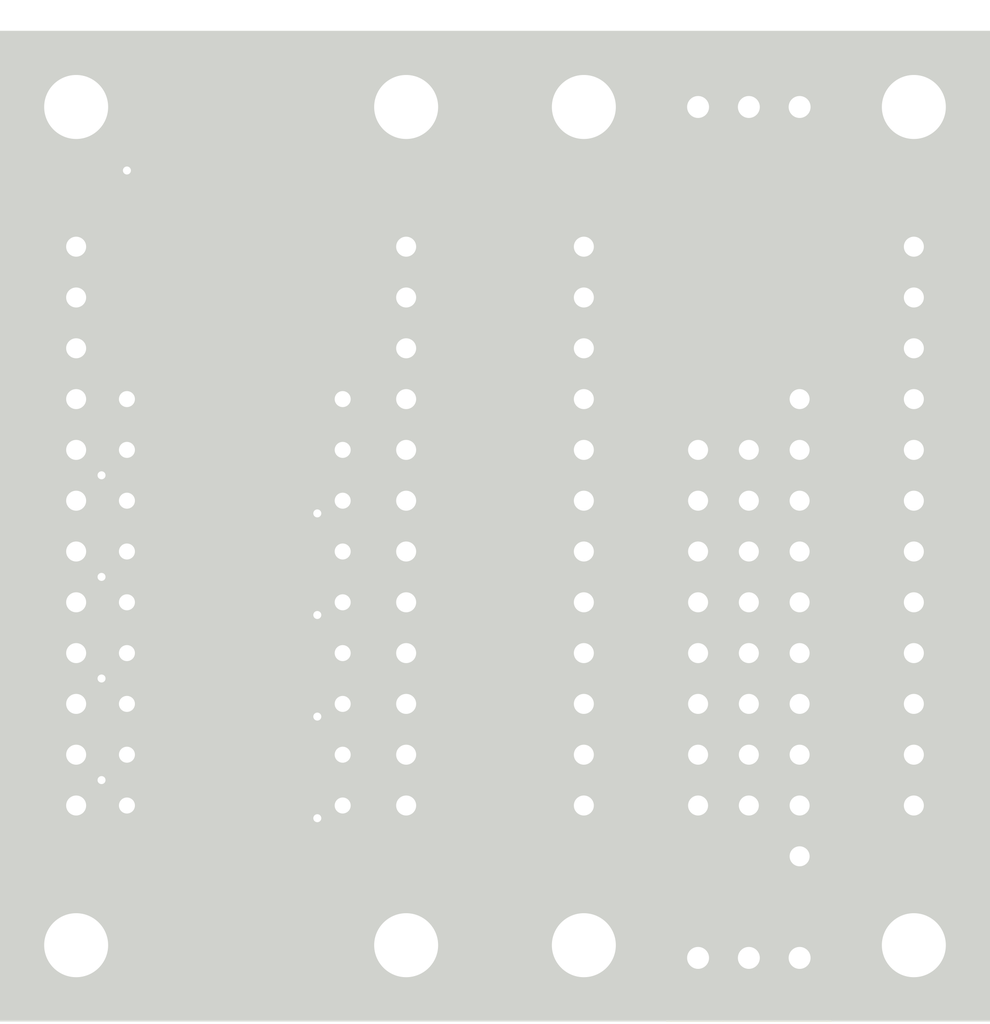
<source format=kicad_pcb>
(kicad_pcb (version 4) (host pcbnew 4.0.7+dfsg1-1~bpo9+1)

  (general
    (links 89)
    (no_connects 0)
    (area 124.46 80.88412 173.990001 132.432001)
    (thickness 1.6)
    (drawings 12)
    (tracks 147)
    (zones 0)
    (modules 30)
    (nets 34)
  )

  (page A4)
  (layers
    (0 F.Cu signal)
    (31 B.Cu signal)
    (32 B.Adhes user)
    (33 F.Adhes user)
    (34 B.Paste user)
    (35 F.Paste user)
    (36 B.SilkS user)
    (37 F.SilkS user)
    (38 B.Mask user)
    (39 F.Mask user)
    (40 Dwgs.User user)
    (41 Cmts.User user)
    (42 Eco1.User user)
    (43 Eco2.User user)
    (44 Edge.Cuts user)
    (45 Margin user)
    (46 B.CrtYd user)
    (47 F.CrtYd user)
    (48 B.Fab user)
    (49 F.Fab user)
  )

  (setup
    (last_trace_width 0.5)
    (user_trace_width 0.5)
    (trace_clearance 0.2)
    (zone_clearance 0.508)
    (zone_45_only no)
    (trace_min 0.2)
    (segment_width 0.2)
    (edge_width 0.1)
    (via_size 0.6)
    (via_drill 0.4)
    (via_min_size 0.4)
    (via_min_drill 0.3)
    (uvia_size 0.3)
    (uvia_drill 0.1)
    (uvias_allowed no)
    (uvia_min_size 0.2)
    (uvia_min_drill 0.1)
    (pcb_text_width 0.3)
    (pcb_text_size 1.5 1.5)
    (mod_edge_width 0.15)
    (mod_text_size 1 1)
    (mod_text_width 0.15)
    (pad_size 1.5 1.5)
    (pad_drill 0.6)
    (pad_to_mask_clearance 0)
    (aux_axis_origin 0 0)
    (visible_elements FFFFFFFF)
    (pcbplotparams
      (layerselection 0x00030_80000001)
      (usegerberextensions false)
      (excludeedgelayer true)
      (linewidth 0.100000)
      (plotframeref false)
      (viasonmask false)
      (mode 1)
      (useauxorigin false)
      (hpglpennumber 1)
      (hpglpenspeed 20)
      (hpglpendiameter 15)
      (hpglpenoverlay 2)
      (psnegative false)
      (psa4output false)
      (plotreference true)
      (plotvalue true)
      (plotinvisibletext false)
      (padsonsilk false)
      (subtractmaskfromsilk false)
      (outputformat 1)
      (mirror false)
      (drillshape 1)
      (scaleselection 1)
      (outputdirectory ""))
  )

  (net 0 "")
  (net 1 /VIN)
  (net 2 /L0)
  (net 3 /L1)
  (net 4 /L2)
  (net 5 /L3)
  (net 6 /L4)
  (net 7 /L5)
  (net 8 /L6)
  (net 9 /L7)
  (net 10 "Net-(O1-Pad5)")
  (net 11 "Net-(O1-Pad6)")
  (net 12 "Net-(O1-Pad7)")
  (net 13 "Net-(O1-Pad8)")
  (net 14 "Net-(O1-Pad9)")
  (net 15 "Net-(O1-Pad10)")
  (net 16 "Net-(O1-Pad11)")
  (net 17 "Net-(O1-Pad12)")
  (net 18 /5V)
  (net 19 /3v3)
  (net 20 "Net-(I2-Pad1)")
  (net 21 "Net-(J1-Pad1)")
  (net 22 "Net-(J3-Pad1)")
  (net 23 /GND)
  (net 24 /VCC2)
  (net 25 /GND2)
  (net 26 "Net-(I2-Pad5)")
  (net 27 "Net-(I2-Pad6)")
  (net 28 "Net-(I2-Pad7)")
  (net 29 "Net-(I2-Pad8)")
  (net 30 "Net-(I2-Pad9)")
  (net 31 "Net-(I2-Pad10)")
  (net 32 "Net-(I2-Pad11)")
  (net 33 "Net-(I2-Pad12)")

  (net_class Default "This is the default net class."
    (clearance 0.2)
    (trace_width 0.25)
    (via_dia 0.6)
    (via_drill 0.4)
    (uvia_dia 0.3)
    (uvia_drill 0.1)
    (add_net /3v3)
    (add_net /5V)
    (add_net /GND)
    (add_net /GND2)
    (add_net /L0)
    (add_net /L1)
    (add_net /L2)
    (add_net /L3)
    (add_net /L4)
    (add_net /L5)
    (add_net /L6)
    (add_net /L7)
    (add_net /VCC2)
    (add_net /VIN)
    (add_net "Net-(I2-Pad1)")
    (add_net "Net-(I2-Pad10)")
    (add_net "Net-(I2-Pad11)")
    (add_net "Net-(I2-Pad12)")
    (add_net "Net-(I2-Pad5)")
    (add_net "Net-(I2-Pad6)")
    (add_net "Net-(I2-Pad7)")
    (add_net "Net-(I2-Pad8)")
    (add_net "Net-(I2-Pad9)")
    (add_net "Net-(J1-Pad1)")
    (add_net "Net-(J3-Pad1)")
    (add_net "Net-(O1-Pad10)")
    (add_net "Net-(O1-Pad11)")
    (add_net "Net-(O1-Pad12)")
    (add_net "Net-(O1-Pad5)")
    (add_net "Net-(O1-Pad6)")
    (add_net "Net-(O1-Pad7)")
    (add_net "Net-(O1-Pad8)")
    (add_net "Net-(O1-Pad9)")
  )

  (module Mounting_Holes:MountingHole_3.2mm_M3 (layer F.Cu) (tedit 5AC4CC0E) (tstamp 5AE76808)
    (at 153.67 128.27)
    (descr "Mounting Hole 3.2mm, no annular, M3")
    (tags "mounting hole 3.2mm no annular m3")
    (fp_text reference "" (at 0 -4.2) (layer F.SilkS) hide
      (effects (font (size 1 1) (thickness 0.15)))
    )
    (fp_text value M3 (at 0 -2.54) (layer F.Fab)
      (effects (font (size 1 1) (thickness 0.15)))
    )
    (fp_circle (center 0 0) (end 3.2 0) (layer Cmts.User) (width 0.15))
    (fp_circle (center 0 0) (end 3.45 0) (layer F.CrtYd) (width 0.05))
    (pad 1 np_thru_hole circle (at 0 0) (size 3.2 3.2) (drill 3.2) (layers *.Cu *.Mask))
  )

  (module Mounting_Holes:MountingHole_3.2mm_M3 (layer F.Cu) (tedit 5AC4CC0E) (tstamp 5AE76801)
    (at 144.78 128.27)
    (descr "Mounting Hole 3.2mm, no annular, M3")
    (tags "mounting hole 3.2mm no annular m3")
    (fp_text reference "" (at 0 -4.2) (layer F.SilkS) hide
      (effects (font (size 1 1) (thickness 0.15)))
    )
    (fp_text value M3 (at 0 -2.54) (layer F.Fab)
      (effects (font (size 1 1) (thickness 0.15)))
    )
    (fp_circle (center 0 0) (end 3.2 0) (layer Cmts.User) (width 0.15))
    (fp_circle (center 0 0) (end 3.45 0) (layer F.CrtYd) (width 0.05))
    (pad 1 np_thru_hole circle (at 0 0) (size 3.2 3.2) (drill 3.2) (layers *.Cu *.Mask))
  )

  (module Mounting_Holes:MountingHole_3.2mm_M3 (layer F.Cu) (tedit 5AC4CC0E) (tstamp 5ACA4CE3)
    (at 128.27 128.27)
    (descr "Mounting Hole 3.2mm, no annular, M3")
    (tags "mounting hole 3.2mm no annular m3")
    (fp_text reference "" (at 0 -4.2) (layer F.SilkS) hide
      (effects (font (size 1 1) (thickness 0.15)))
    )
    (fp_text value M3 (at 0 -2.54) (layer F.Fab)
      (effects (font (size 1 1) (thickness 0.15)))
    )
    (fp_circle (center 0 0) (end 3.2 0) (layer Cmts.User) (width 0.15))
    (fp_circle (center 0 0) (end 3.45 0) (layer F.CrtYd) (width 0.05))
    (pad 1 np_thru_hole circle (at 0 0) (size 3.2 3.2) (drill 3.2) (layers *.Cu *.Mask))
  )

  (module Mounting_Holes:MountingHole_3.2mm_M3 (layer F.Cu) (tedit 5AC4CC09) (tstamp 5ACA4CD6)
    (at 170.18 128.27)
    (descr "Mounting Hole 3.2mm, no annular, M3")
    (tags "mounting hole 3.2mm no annular m3")
    (fp_text reference "" (at 0 -4.2) (layer F.SilkS) hide
      (effects (font (size 1 1) (thickness 0.15)))
    )
    (fp_text value M3 (at 0 -2.54) (layer F.Fab)
      (effects (font (size 1 1) (thickness 0.15)))
    )
    (fp_circle (center 0 0) (end 3.2 0) (layer Cmts.User) (width 0.15))
    (fp_circle (center 0 0) (end 3.45 0) (layer F.CrtYd) (width 0.05))
    (pad 1 np_thru_hole circle (at 0 0) (size 3.2 3.2) (drill 3.2) (layers *.Cu *.Mask))
  )

  (module Mounting_Holes:MountingHole_3.2mm_M3 (layer F.Cu) (tedit 5AC4CC05) (tstamp 5AE76579)
    (at 153.67 86.36)
    (descr "Mounting Hole 3.2mm, no annular, M3")
    (tags "mounting hole 3.2mm no annular m3")
    (fp_text reference M3 (at 0 2.54) (layer F.Fab)
      (effects (font (size 1 1) (thickness 0.15)))
    )
    (fp_text value "" (at 0 4.2) (layer F.Fab) hide
      (effects (font (size 1 1) (thickness 0.15)))
    )
    (fp_circle (center 0 0) (end 3.2 0) (layer Cmts.User) (width 0.15))
    (fp_circle (center 0 0) (end 3.45 0) (layer F.CrtYd) (width 0.05))
    (pad 1 np_thru_hole circle (at 0 0) (size 3.2 3.2) (drill 3.2) (layers *.Cu *.Mask))
  )

  (module Mounting_Holes:MountingHole_3.2mm_M3 (layer F.Cu) (tedit 5AC4CC05) (tstamp 5AE76572)
    (at 144.78 86.36)
    (descr "Mounting Hole 3.2mm, no annular, M3")
    (tags "mounting hole 3.2mm no annular m3")
    (fp_text reference M3 (at 0 2.54) (layer F.Fab)
      (effects (font (size 1 1) (thickness 0.15)))
    )
    (fp_text value "" (at 0 4.2) (layer F.Fab) hide
      (effects (font (size 1 1) (thickness 0.15)))
    )
    (fp_circle (center 0 0) (end 3.2 0) (layer Cmts.User) (width 0.15))
    (fp_circle (center 0 0) (end 3.45 0) (layer F.CrtYd) (width 0.05))
    (pad 1 np_thru_hole circle (at 0 0) (size 3.2 3.2) (drill 3.2) (layers *.Cu *.Mask))
  )

  (module Mounting_Holes:MountingHole_3.2mm_M3 (layer F.Cu) (tedit 5AC4CC02) (tstamp 5ACA4CBC)
    (at 128.27 86.36)
    (descr "Mounting Hole 3.2mm, no annular, M3")
    (tags "mounting hole 3.2mm no annular m3")
    (fp_text reference M3 (at 0 2.54) (layer F.Fab)
      (effects (font (size 1 1) (thickness 0.15)))
    )
    (fp_text value "" (at 0 4.2) (layer F.Fab) hide
      (effects (font (size 1 1) (thickness 0.15)))
    )
    (fp_circle (center 0 0) (end 3.2 0) (layer Cmts.User) (width 0.15))
    (fp_circle (center 0 0) (end 3.45 0) (layer F.CrtYd) (width 0.05))
    (pad 1 np_thru_hole circle (at 0 0) (size 3.2 3.2) (drill 3.2) (layers *.Cu *.Mask))
  )

  (module Mounting_Holes:MountingHole_3.2mm_M3 (layer F.Cu) (tedit 5AC4CC05) (tstamp 5ACA4CC9)
    (at 170.18 86.36)
    (descr "Mounting Hole 3.2mm, no annular, M3")
    (tags "mounting hole 3.2mm no annular m3")
    (fp_text reference M3 (at 0 2.54) (layer F.Fab)
      (effects (font (size 1 1) (thickness 0.15)))
    )
    (fp_text value "" (at 0 4.2) (layer F.Fab) hide
      (effects (font (size 1 1) (thickness 0.15)))
    )
    (fp_circle (center 0 0) (end 3.2 0) (layer Cmts.User) (width 0.15))
    (fp_circle (center 0 0) (end 3.45 0) (layer F.CrtYd) (width 0.05))
    (pad 1 np_thru_hole circle (at 0 0) (size 3.2 3.2) (drill 3.2) (layers *.Cu *.Mask))
  )

  (module Pin_Headers:Pin_Header_Straight_1x12_Pitch2.54mm (layer F.Cu) (tedit 5AE762AD) (tstamp 5AC3D654)
    (at 128.27 93.345)
    (descr "Through hole straight pin header, 1x12, 2.54mm pitch, single row")
    (tags "Through hole pin header THT 1x12 2.54mm single row")
    (path /5AC3D559)
    (fp_text reference I1 (at 0 -2.33) (layer F.Fab)
      (effects (font (size 1 1) (thickness 0.15)))
    )
    (fp_text value Input (at 0 30.27) (layer F.Fab)
      (effects (font (size 1 1) (thickness 0.15)))
    )
    (fp_line (start -0.635 -1.27) (end 1.27 -1.27) (layer F.Fab) (width 0.1))
    (fp_line (start 1.27 -1.27) (end 1.27 29.21) (layer F.Fab) (width 0.1))
    (fp_line (start 1.27 29.21) (end -1.27 29.21) (layer F.Fab) (width 0.1))
    (fp_line (start -1.27 29.21) (end -1.27 -0.635) (layer F.Fab) (width 0.1))
    (fp_line (start -1.27 -0.635) (end -0.635 -1.27) (layer F.Fab) (width 0.1))
    (fp_line (start -1.33 29.27) (end 1.33 29.27) (layer F.SilkS) (width 0.12))
    (fp_line (start -1.33 1.27) (end -1.33 29.27) (layer F.SilkS) (width 0.12))
    (fp_line (start 1.33 1.27) (end 1.33 29.27) (layer F.SilkS) (width 0.12))
    (fp_line (start -1.33 1.27) (end 1.33 1.27) (layer F.SilkS) (width 0.12))
    (fp_line (start -1.33 0) (end -1.33 -1.33) (layer F.SilkS) (width 0.12))
    (fp_line (start -1.33 -1.33) (end 0 -1.33) (layer F.SilkS) (width 0.12))
    (fp_line (start -1.8 -1.8) (end -1.8 29.75) (layer F.CrtYd) (width 0.05))
    (fp_line (start -1.8 29.75) (end 1.8 29.75) (layer F.CrtYd) (width 0.05))
    (fp_line (start 1.8 29.75) (end 1.8 -1.8) (layer F.CrtYd) (width 0.05))
    (fp_line (start 1.8 -1.8) (end -1.8 -1.8) (layer F.CrtYd) (width 0.05))
    (fp_text user %R (at 0 13.97 90) (layer F.Fab)
      (effects (font (size 1 1) (thickness 0.15)))
    )
    (pad 1 thru_hole rect (at 0 0) (size 1.7 1.7) (drill 1) (layers *.Cu *.Mask)
      (net 1 /VIN))
    (pad 2 thru_hole oval (at 0 2.54) (size 1.7 1.7) (drill 1) (layers *.Cu *.Mask)
      (net 18 /5V))
    (pad 3 thru_hole oval (at 0 5.08) (size 1.7 1.7) (drill 1) (layers *.Cu *.Mask)
      (net 23 /GND))
    (pad 4 thru_hole oval (at 0 7.62) (size 1.7 1.7) (drill 1) (layers *.Cu *.Mask))
    (pad 5 thru_hole oval (at 0 10.16) (size 1.7 1.7) (drill 1) (layers *.Cu *.Mask)
      (net 2 /L0))
    (pad 6 thru_hole oval (at 0 12.7) (size 1.7 1.7) (drill 1) (layers *.Cu *.Mask)
      (net 3 /L1))
    (pad 7 thru_hole oval (at 0 15.24) (size 1.7 1.7) (drill 1) (layers *.Cu *.Mask)
      (net 4 /L2))
    (pad 8 thru_hole oval (at 0 17.78) (size 1.7 1.7) (drill 1) (layers *.Cu *.Mask)
      (net 5 /L3))
    (pad 9 thru_hole oval (at 0 20.32) (size 1.7 1.7) (drill 1) (layers *.Cu *.Mask)
      (net 6 /L4))
    (pad 10 thru_hole oval (at 0 22.86) (size 1.7 1.7) (drill 1) (layers *.Cu *.Mask)
      (net 7 /L5))
    (pad 11 thru_hole oval (at 0 25.4) (size 1.7 1.7) (drill 1) (layers *.Cu *.Mask)
      (net 8 /L6))
    (pad 12 thru_hole oval (at 0 27.94) (size 1.7 1.7) (drill 1) (layers *.Cu *.Mask)
      (net 9 /L7))
    (model ${KISYS3DMOD}/Pin_Headers.3dshapes/Pin_Header_Straight_1x12_Pitch2.54mm.wrl
      (at (xyz 0 0 0))
      (scale (xyz 1 1 1))
      (rotate (xyz 0 0 0))
    )
  )

  (module Socket_Strips:Socket_Strip_Straight_1x12_Pitch2.54mm (layer F.Cu) (tedit 5AE762A6) (tstamp 5AC3D673)
    (at 144.78 93.345)
    (descr "Through hole straight socket strip, 1x12, 2.54mm pitch, single row")
    (tags "Through hole socket strip THT 1x12 2.54mm single row")
    (path /5AC3D61D)
    (fp_text reference O1 (at 0 -2.33) (layer F.Fab)
      (effects (font (size 1 1) (thickness 0.15)))
    )
    (fp_text value Output (at 0 30.27) (layer F.Fab)
      (effects (font (size 1 1) (thickness 0.15)))
    )
    (fp_line (start -1.27 -1.27) (end -1.27 29.21) (layer F.Fab) (width 0.1))
    (fp_line (start -1.27 29.21) (end 1.27 29.21) (layer F.Fab) (width 0.1))
    (fp_line (start 1.27 29.21) (end 1.27 -1.27) (layer F.Fab) (width 0.1))
    (fp_line (start 1.27 -1.27) (end -1.27 -1.27) (layer F.Fab) (width 0.1))
    (fp_line (start -1.33 1.27) (end -1.33 29.27) (layer F.SilkS) (width 0.12))
    (fp_line (start -1.33 29.27) (end 1.33 29.27) (layer F.SilkS) (width 0.12))
    (fp_line (start 1.33 29.27) (end 1.33 1.27) (layer F.SilkS) (width 0.12))
    (fp_line (start 1.33 1.27) (end -1.33 1.27) (layer F.SilkS) (width 0.12))
    (fp_line (start -1.33 0) (end -1.33 -1.33) (layer F.SilkS) (width 0.12))
    (fp_line (start -1.33 -1.33) (end 0 -1.33) (layer F.SilkS) (width 0.12))
    (fp_line (start -1.8 -1.8) (end -1.8 29.75) (layer F.CrtYd) (width 0.05))
    (fp_line (start -1.8 29.75) (end 1.8 29.75) (layer F.CrtYd) (width 0.05))
    (fp_line (start 1.8 29.75) (end 1.8 -1.8) (layer F.CrtYd) (width 0.05))
    (fp_line (start 1.8 -1.8) (end -1.8 -1.8) (layer F.CrtYd) (width 0.05))
    (fp_text user %R (at 0 -2.33) (layer F.Fab) hide
      (effects (font (size 1 1) (thickness 0.15)))
    )
    (pad 1 thru_hole rect (at 0 0) (size 1.7 1.7) (drill 1) (layers *.Cu *.Mask)
      (net 1 /VIN))
    (pad 2 thru_hole oval (at 0 2.54) (size 1.7 1.7) (drill 1) (layers *.Cu *.Mask)
      (net 19 /3v3))
    (pad 3 thru_hole oval (at 0 5.08) (size 1.7 1.7) (drill 1) (layers *.Cu *.Mask)
      (net 23 /GND))
    (pad 4 thru_hole oval (at 0 7.62) (size 1.7 1.7) (drill 1) (layers *.Cu *.Mask))
    (pad 5 thru_hole oval (at 0 10.16) (size 1.7 1.7) (drill 1) (layers *.Cu *.Mask)
      (net 10 "Net-(O1-Pad5)"))
    (pad 6 thru_hole oval (at 0 12.7) (size 1.7 1.7) (drill 1) (layers *.Cu *.Mask)
      (net 11 "Net-(O1-Pad6)"))
    (pad 7 thru_hole oval (at 0 15.24) (size 1.7 1.7) (drill 1) (layers *.Cu *.Mask)
      (net 12 "Net-(O1-Pad7)"))
    (pad 8 thru_hole oval (at 0 17.78) (size 1.7 1.7) (drill 1) (layers *.Cu *.Mask)
      (net 13 "Net-(O1-Pad8)"))
    (pad 9 thru_hole oval (at 0 20.32) (size 1.7 1.7) (drill 1) (layers *.Cu *.Mask)
      (net 14 "Net-(O1-Pad9)"))
    (pad 10 thru_hole oval (at 0 22.86) (size 1.7 1.7) (drill 1) (layers *.Cu *.Mask)
      (net 15 "Net-(O1-Pad10)"))
    (pad 11 thru_hole oval (at 0 25.4) (size 1.7 1.7) (drill 1) (layers *.Cu *.Mask)
      (net 16 "Net-(O1-Pad11)"))
    (pad 12 thru_hole oval (at 0 27.94) (size 1.7 1.7) (drill 1) (layers *.Cu *.Mask)
      (net 17 "Net-(O1-Pad12)"))
    (model ${KISYS3DMOD}/Socket_Strips.3dshapes/Socket_Strip_Straight_1x12_Pitch2.54mm.wrl
      (at (xyz 0 -0.55 0))
      (scale (xyz 1 1 1))
      (rotate (xyz 0 0 270))
    )
  )

  (module TO_SOT_Packages_SMD:SOT-223-3Lead_TabPin2 (layer F.Cu) (tedit 5AE76DE1) (tstamp 5ACB8286)
    (at 136.525 91.44)
    (descr "module CMS SOT223 4 pins")
    (tags "CMS SOT")
    (path /5ACBB197)
    (attr smd)
    (fp_text reference U1 (at 0 -4.5) (layer F.Fab)
      (effects (font (size 1 1) (thickness 0.15)))
    )
    (fp_text value AP1117-33 (at 0 4.5) (layer F.Fab)
      (effects (font (size 1 1) (thickness 0.15)))
    )
    (fp_text user %R (at 0 0 90) (layer F.Fab)
      (effects (font (size 0.8 0.8) (thickness 0.12)))
    )
    (fp_line (start 1.91 3.41) (end 1.91 2.15) (layer F.SilkS) (width 0.12))
    (fp_line (start 1.91 -3.41) (end 1.91 -2.15) (layer F.SilkS) (width 0.12))
    (fp_line (start 4.4 -3.6) (end -4.4 -3.6) (layer F.CrtYd) (width 0.05))
    (fp_line (start 4.4 3.6) (end 4.4 -3.6) (layer F.CrtYd) (width 0.05))
    (fp_line (start -4.4 3.6) (end 4.4 3.6) (layer F.CrtYd) (width 0.05))
    (fp_line (start -4.4 -3.6) (end -4.4 3.6) (layer F.CrtYd) (width 0.05))
    (fp_line (start -1.85 -2.35) (end -0.85 -3.35) (layer F.Fab) (width 0.1))
    (fp_line (start -1.85 -2.35) (end -1.85 3.35) (layer F.Fab) (width 0.1))
    (fp_line (start -1.85 3.41) (end 1.91 3.41) (layer F.SilkS) (width 0.12))
    (fp_line (start -0.85 -3.35) (end 1.85 -3.35) (layer F.Fab) (width 0.1))
    (fp_line (start -4.1 -3.41) (end 1.91 -3.41) (layer F.SilkS) (width 0.12))
    (fp_line (start -1.85 3.35) (end 1.85 3.35) (layer F.Fab) (width 0.1))
    (fp_line (start 1.85 -3.35) (end 1.85 3.35) (layer F.Fab) (width 0.1))
    (pad 2 smd rect (at 3.15 0) (size 2 3.8) (layers F.Cu F.Paste F.Mask)
      (net 19 /3v3))
    (pad 2 smd rect (at -3.15 0) (size 2 1.5) (layers F.Cu F.Paste F.Mask)
      (net 19 /3v3))
    (pad 3 smd rect (at -3.15 2.3) (size 2 1.5) (layers F.Cu F.Paste F.Mask)
      (net 18 /5V))
    (pad 1 smd rect (at -3.15 -2.3) (size 2 1.5) (layers F.Cu F.Paste F.Mask)
      (net 23 /GND))
    (model ${KISYS3DMOD}/TO_SOT_Packages_SMD.3dshapes/SOT-223.wrl
      (at (xyz 0 0 0))
      (scale (xyz 1 1 1))
      (rotate (xyz 0 0 0))
    )
  )

  (module Resistors_THT:R_Array_SIP9 (layer F.Cu) (tedit 5AE77512) (tstamp 5AE75DFC)
    (at 141.605 100.965 270)
    (descr "9-pin Resistor SIP pack")
    (tags R)
    (path /5AE7638E)
    (fp_text reference RN1 (at 23.495 0.635 270) (layer F.Fab)
      (effects (font (size 1 1) (thickness 0.15)))
    )
    (fp_text value R_Network08 (at 11.43 2.4 270) (layer F.Fab)
      (effects (font (size 1 1) (thickness 0.15)))
    )
    (fp_line (start -1.29 -1.25) (end -1.29 1.25) (layer F.Fab) (width 0.1))
    (fp_line (start -1.29 1.25) (end 21.61 1.25) (layer F.Fab) (width 0.1))
    (fp_line (start 21.61 1.25) (end 21.61 -1.25) (layer F.Fab) (width 0.1))
    (fp_line (start 21.61 -1.25) (end -1.29 -1.25) (layer F.Fab) (width 0.1))
    (fp_line (start 1.27 -1.25) (end 1.27 1.25) (layer F.Fab) (width 0.1))
    (fp_line (start -1.44 -1.4) (end -1.44 1.4) (layer F.SilkS) (width 0.12))
    (fp_line (start -1.44 1.4) (end 21.76 1.4) (layer F.SilkS) (width 0.12))
    (fp_line (start 21.76 1.4) (end 21.76 -1.4) (layer F.SilkS) (width 0.12))
    (fp_line (start 21.76 -1.4) (end -1.44 -1.4) (layer F.SilkS) (width 0.12))
    (fp_line (start 1.27 -1.4) (end 1.27 1.4) (layer F.SilkS) (width 0.12))
    (fp_line (start -1.7 -1.65) (end -1.7 1.65) (layer F.CrtYd) (width 0.05))
    (fp_line (start -1.7 1.65) (end 22.05 1.65) (layer F.CrtYd) (width 0.05))
    (fp_line (start 22.05 1.65) (end 22.05 -1.65) (layer F.CrtYd) (width 0.05))
    (fp_line (start 22.05 -1.65) (end -1.7 -1.65) (layer F.CrtYd) (width 0.05))
    (pad 1 thru_hole rect (at 0 0 270) (size 1.6 1.6) (drill 0.8) (layers *.Cu *.Mask)
      (net 19 /3v3))
    (pad 2 thru_hole oval (at 2.54 0 270) (size 1.6 1.6) (drill 0.8) (layers *.Cu *.Mask)
      (net 10 "Net-(O1-Pad5)"))
    (pad 3 thru_hole oval (at 5.08 0 270) (size 1.6 1.6) (drill 0.8) (layers *.Cu *.Mask)
      (net 11 "Net-(O1-Pad6)"))
    (pad 4 thru_hole oval (at 7.62 0 270) (size 1.6 1.6) (drill 0.8) (layers *.Cu *.Mask)
      (net 12 "Net-(O1-Pad7)"))
    (pad 5 thru_hole oval (at 10.16 0 270) (size 1.6 1.6) (drill 0.8) (layers *.Cu *.Mask)
      (net 13 "Net-(O1-Pad8)"))
    (pad 6 thru_hole oval (at 12.7 0 270) (size 1.6 1.6) (drill 0.8) (layers *.Cu *.Mask)
      (net 14 "Net-(O1-Pad9)"))
    (pad 7 thru_hole oval (at 15.24 0 270) (size 1.6 1.6) (drill 0.8) (layers *.Cu *.Mask)
      (net 15 "Net-(O1-Pad10)"))
    (pad 8 thru_hole oval (at 17.78 0 270) (size 1.6 1.6) (drill 0.8) (layers *.Cu *.Mask)
      (net 16 "Net-(O1-Pad11)"))
    (pad 9 thru_hole oval (at 20.32 0 270) (size 1.6 1.6) (drill 0.8) (layers *.Cu *.Mask)
      (net 17 "Net-(O1-Pad12)"))
    (model ${KISYS3DMOD}/Resistors_THT.3dshapes/R_Array_SIP9.wrl
      (at (xyz 0 0 0))
      (scale (xyz 0.39 0.39 0.39))
      (rotate (xyz 0 0 0))
    )
  )

  (module TO_SOT_Packages_SMD:SOT-23 (layer F.Cu) (tedit 5AE76356) (tstamp 5AE75FCA)
    (at 133.985 103.505 180)
    (descr "SOT-23, Standard")
    (tags SOT-23)
    (path /5ACB78FB)
    (attr smd)
    (fp_text reference Q1 (at 0 -2.5 180) (layer F.SilkS) hide
      (effects (font (size 1 1) (thickness 0.15)))
    )
    (fp_text value BSS138 (at 0 2.5 180) (layer F.Fab)
      (effects (font (size 1 1) (thickness 0.15)))
    )
    (fp_text user %R (at 0 0 270) (layer F.Fab)
      (effects (font (size 0.5 0.5) (thickness 0.075)))
    )
    (fp_line (start -0.7 -0.95) (end -0.7 1.5) (layer F.Fab) (width 0.1))
    (fp_line (start -0.15 -1.52) (end 0.7 -1.52) (layer F.Fab) (width 0.1))
    (fp_line (start -0.7 -0.95) (end -0.15 -1.52) (layer F.Fab) (width 0.1))
    (fp_line (start 0.7 -1.52) (end 0.7 1.52) (layer F.Fab) (width 0.1))
    (fp_line (start -0.7 1.52) (end 0.7 1.52) (layer F.Fab) (width 0.1))
    (fp_line (start 0.76 1.58) (end 0.76 0.65) (layer F.SilkS) (width 0.12))
    (fp_line (start 0.76 -1.58) (end 0.76 -0.65) (layer F.SilkS) (width 0.12))
    (fp_line (start -1.7 -1.75) (end 1.7 -1.75) (layer F.CrtYd) (width 0.05))
    (fp_line (start 1.7 -1.75) (end 1.7 1.75) (layer F.CrtYd) (width 0.05))
    (fp_line (start 1.7 1.75) (end -1.7 1.75) (layer F.CrtYd) (width 0.05))
    (fp_line (start -1.7 1.75) (end -1.7 -1.75) (layer F.CrtYd) (width 0.05))
    (fp_line (start 0.76 -1.58) (end -1.4 -1.58) (layer F.SilkS) (width 0.12))
    (fp_line (start 0.76 1.58) (end -0.7 1.58) (layer F.SilkS) (width 0.12))
    (pad 1 smd rect (at -1 -0.95 180) (size 0.9 0.8) (layers F.Cu F.Paste F.Mask)
      (net 18 /5V))
    (pad 2 smd rect (at -1 0.95 180) (size 0.9 0.8) (layers F.Cu F.Paste F.Mask)
      (net 10 "Net-(O1-Pad5)"))
    (pad 3 smd rect (at 1 0 180) (size 0.9 0.8) (layers F.Cu F.Paste F.Mask)
      (net 2 /L0))
    (model ${KISYS3DMOD}/TO_SOT_Packages_SMD.3dshapes/SOT-23.wrl
      (at (xyz 0 0 0))
      (scale (xyz 1 1 1))
      (rotate (xyz 0 0 0))
    )
  )

  (module TO_SOT_Packages_SMD:SOT-23 (layer F.Cu) (tedit 5AE7635C) (tstamp 5AE75FDF)
    (at 138.43 106.045 180)
    (descr "SOT-23, Standard")
    (tags SOT-23)
    (path /5ACB7E8A)
    (attr smd)
    (fp_text reference Q2 (at 0 -2.5 180) (layer F.SilkS) hide
      (effects (font (size 1 1) (thickness 0.15)))
    )
    (fp_text value BSS138 (at 0 2.5 180) (layer F.Fab)
      (effects (font (size 1 1) (thickness 0.15)))
    )
    (fp_text user %R (at 0 0 270) (layer F.Fab)
      (effects (font (size 0.5 0.5) (thickness 0.075)))
    )
    (fp_line (start -0.7 -0.95) (end -0.7 1.5) (layer F.Fab) (width 0.1))
    (fp_line (start -0.15 -1.52) (end 0.7 -1.52) (layer F.Fab) (width 0.1))
    (fp_line (start -0.7 -0.95) (end -0.15 -1.52) (layer F.Fab) (width 0.1))
    (fp_line (start 0.7 -1.52) (end 0.7 1.52) (layer F.Fab) (width 0.1))
    (fp_line (start -0.7 1.52) (end 0.7 1.52) (layer F.Fab) (width 0.1))
    (fp_line (start 0.76 1.58) (end 0.76 0.65) (layer F.SilkS) (width 0.12))
    (fp_line (start 0.76 -1.58) (end 0.76 -0.65) (layer F.SilkS) (width 0.12))
    (fp_line (start -1.7 -1.75) (end 1.7 -1.75) (layer F.CrtYd) (width 0.05))
    (fp_line (start 1.7 -1.75) (end 1.7 1.75) (layer F.CrtYd) (width 0.05))
    (fp_line (start 1.7 1.75) (end -1.7 1.75) (layer F.CrtYd) (width 0.05))
    (fp_line (start -1.7 1.75) (end -1.7 -1.75) (layer F.CrtYd) (width 0.05))
    (fp_line (start 0.76 -1.58) (end -1.4 -1.58) (layer F.SilkS) (width 0.12))
    (fp_line (start 0.76 1.58) (end -0.7 1.58) (layer F.SilkS) (width 0.12))
    (pad 1 smd rect (at -1 -0.95 180) (size 0.9 0.8) (layers F.Cu F.Paste F.Mask)
      (net 18 /5V))
    (pad 2 smd rect (at -1 0.95 180) (size 0.9 0.8) (layers F.Cu F.Paste F.Mask)
      (net 11 "Net-(O1-Pad6)"))
    (pad 3 smd rect (at 1 0 180) (size 0.9 0.8) (layers F.Cu F.Paste F.Mask)
      (net 3 /L1))
    (model ${KISYS3DMOD}/TO_SOT_Packages_SMD.3dshapes/SOT-23.wrl
      (at (xyz 0 0 0))
      (scale (xyz 1 1 1))
      (rotate (xyz 0 0 0))
    )
  )

  (module TO_SOT_Packages_SMD:SOT-23 (layer F.Cu) (tedit 5AE76360) (tstamp 5AE75FF4)
    (at 133.985 108.585 180)
    (descr "SOT-23, Standard")
    (tags SOT-23)
    (path /5ACB8495)
    (attr smd)
    (fp_text reference Q3 (at 0 -2.5 180) (layer F.SilkS) hide
      (effects (font (size 1 1) (thickness 0.15)))
    )
    (fp_text value BSS138 (at 0 2.5 180) (layer F.Fab)
      (effects (font (size 1 1) (thickness 0.15)))
    )
    (fp_text user %R (at 0 0 270) (layer F.Fab)
      (effects (font (size 0.5 0.5) (thickness 0.075)))
    )
    (fp_line (start -0.7 -0.95) (end -0.7 1.5) (layer F.Fab) (width 0.1))
    (fp_line (start -0.15 -1.52) (end 0.7 -1.52) (layer F.Fab) (width 0.1))
    (fp_line (start -0.7 -0.95) (end -0.15 -1.52) (layer F.Fab) (width 0.1))
    (fp_line (start 0.7 -1.52) (end 0.7 1.52) (layer F.Fab) (width 0.1))
    (fp_line (start -0.7 1.52) (end 0.7 1.52) (layer F.Fab) (width 0.1))
    (fp_line (start 0.76 1.58) (end 0.76 0.65) (layer F.SilkS) (width 0.12))
    (fp_line (start 0.76 -1.58) (end 0.76 -0.65) (layer F.SilkS) (width 0.12))
    (fp_line (start -1.7 -1.75) (end 1.7 -1.75) (layer F.CrtYd) (width 0.05))
    (fp_line (start 1.7 -1.75) (end 1.7 1.75) (layer F.CrtYd) (width 0.05))
    (fp_line (start 1.7 1.75) (end -1.7 1.75) (layer F.CrtYd) (width 0.05))
    (fp_line (start -1.7 1.75) (end -1.7 -1.75) (layer F.CrtYd) (width 0.05))
    (fp_line (start 0.76 -1.58) (end -1.4 -1.58) (layer F.SilkS) (width 0.12))
    (fp_line (start 0.76 1.58) (end -0.7 1.58) (layer F.SilkS) (width 0.12))
    (pad 1 smd rect (at -1 -0.95 180) (size 0.9 0.8) (layers F.Cu F.Paste F.Mask)
      (net 18 /5V))
    (pad 2 smd rect (at -1 0.95 180) (size 0.9 0.8) (layers F.Cu F.Paste F.Mask)
      (net 12 "Net-(O1-Pad7)"))
    (pad 3 smd rect (at 1 0 180) (size 0.9 0.8) (layers F.Cu F.Paste F.Mask)
      (net 4 /L2))
    (model ${KISYS3DMOD}/TO_SOT_Packages_SMD.3dshapes/SOT-23.wrl
      (at (xyz 0 0 0))
      (scale (xyz 1 1 1))
      (rotate (xyz 0 0 0))
    )
  )

  (module TO_SOT_Packages_SMD:SOT-23 (layer F.Cu) (tedit 5AE76365) (tstamp 5AE76009)
    (at 138.43 111.125 180)
    (descr "SOT-23, Standard")
    (tags SOT-23)
    (path /5ACB8A44)
    (attr smd)
    (fp_text reference Q4 (at 0 -2.5 180) (layer F.SilkS) hide
      (effects (font (size 1 1) (thickness 0.15)))
    )
    (fp_text value BSS138 (at 0 2.5 180) (layer F.Fab)
      (effects (font (size 1 1) (thickness 0.15)))
    )
    (fp_text user %R (at 0 0 270) (layer F.Fab)
      (effects (font (size 0.5 0.5) (thickness 0.075)))
    )
    (fp_line (start -0.7 -0.95) (end -0.7 1.5) (layer F.Fab) (width 0.1))
    (fp_line (start -0.15 -1.52) (end 0.7 -1.52) (layer F.Fab) (width 0.1))
    (fp_line (start -0.7 -0.95) (end -0.15 -1.52) (layer F.Fab) (width 0.1))
    (fp_line (start 0.7 -1.52) (end 0.7 1.52) (layer F.Fab) (width 0.1))
    (fp_line (start -0.7 1.52) (end 0.7 1.52) (layer F.Fab) (width 0.1))
    (fp_line (start 0.76 1.58) (end 0.76 0.65) (layer F.SilkS) (width 0.12))
    (fp_line (start 0.76 -1.58) (end 0.76 -0.65) (layer F.SilkS) (width 0.12))
    (fp_line (start -1.7 -1.75) (end 1.7 -1.75) (layer F.CrtYd) (width 0.05))
    (fp_line (start 1.7 -1.75) (end 1.7 1.75) (layer F.CrtYd) (width 0.05))
    (fp_line (start 1.7 1.75) (end -1.7 1.75) (layer F.CrtYd) (width 0.05))
    (fp_line (start -1.7 1.75) (end -1.7 -1.75) (layer F.CrtYd) (width 0.05))
    (fp_line (start 0.76 -1.58) (end -1.4 -1.58) (layer F.SilkS) (width 0.12))
    (fp_line (start 0.76 1.58) (end -0.7 1.58) (layer F.SilkS) (width 0.12))
    (pad 1 smd rect (at -1 -0.95 180) (size 0.9 0.8) (layers F.Cu F.Paste F.Mask)
      (net 18 /5V))
    (pad 2 smd rect (at -1 0.95 180) (size 0.9 0.8) (layers F.Cu F.Paste F.Mask)
      (net 13 "Net-(O1-Pad8)"))
    (pad 3 smd rect (at 1 0 180) (size 0.9 0.8) (layers F.Cu F.Paste F.Mask)
      (net 5 /L3))
    (model ${KISYS3DMOD}/TO_SOT_Packages_SMD.3dshapes/SOT-23.wrl
      (at (xyz 0 0 0))
      (scale (xyz 1 1 1))
      (rotate (xyz 0 0 0))
    )
  )

  (module TO_SOT_Packages_SMD:SOT-23 (layer F.Cu) (tedit 5AE76369) (tstamp 5AE7601E)
    (at 133.985 113.665 180)
    (descr "SOT-23, Standard")
    (tags SOT-23)
    (path /5ACB90B7)
    (attr smd)
    (fp_text reference Q5 (at 0 -2.5 180) (layer F.SilkS) hide
      (effects (font (size 1 1) (thickness 0.15)))
    )
    (fp_text value BSS138 (at 0 2.5 180) (layer F.Fab)
      (effects (font (size 1 1) (thickness 0.15)))
    )
    (fp_text user %R (at 0 0 270) (layer F.Fab)
      (effects (font (size 0.5 0.5) (thickness 0.075)))
    )
    (fp_line (start -0.7 -0.95) (end -0.7 1.5) (layer F.Fab) (width 0.1))
    (fp_line (start -0.15 -1.52) (end 0.7 -1.52) (layer F.Fab) (width 0.1))
    (fp_line (start -0.7 -0.95) (end -0.15 -1.52) (layer F.Fab) (width 0.1))
    (fp_line (start 0.7 -1.52) (end 0.7 1.52) (layer F.Fab) (width 0.1))
    (fp_line (start -0.7 1.52) (end 0.7 1.52) (layer F.Fab) (width 0.1))
    (fp_line (start 0.76 1.58) (end 0.76 0.65) (layer F.SilkS) (width 0.12))
    (fp_line (start 0.76 -1.58) (end 0.76 -0.65) (layer F.SilkS) (width 0.12))
    (fp_line (start -1.7 -1.75) (end 1.7 -1.75) (layer F.CrtYd) (width 0.05))
    (fp_line (start 1.7 -1.75) (end 1.7 1.75) (layer F.CrtYd) (width 0.05))
    (fp_line (start 1.7 1.75) (end -1.7 1.75) (layer F.CrtYd) (width 0.05))
    (fp_line (start -1.7 1.75) (end -1.7 -1.75) (layer F.CrtYd) (width 0.05))
    (fp_line (start 0.76 -1.58) (end -1.4 -1.58) (layer F.SilkS) (width 0.12))
    (fp_line (start 0.76 1.58) (end -0.7 1.58) (layer F.SilkS) (width 0.12))
    (pad 1 smd rect (at -1 -0.95 180) (size 0.9 0.8) (layers F.Cu F.Paste F.Mask)
      (net 18 /5V))
    (pad 2 smd rect (at -1 0.95 180) (size 0.9 0.8) (layers F.Cu F.Paste F.Mask)
      (net 14 "Net-(O1-Pad9)"))
    (pad 3 smd rect (at 1 0 180) (size 0.9 0.8) (layers F.Cu F.Paste F.Mask)
      (net 6 /L4))
    (model ${KISYS3DMOD}/TO_SOT_Packages_SMD.3dshapes/SOT-23.wrl
      (at (xyz 0 0 0))
      (scale (xyz 1 1 1))
      (rotate (xyz 0 0 0))
    )
  )

  (module TO_SOT_Packages_SMD:SOT-23 (layer F.Cu) (tedit 5AE7636D) (tstamp 5AE76033)
    (at 138.43 116.205 180)
    (descr "SOT-23, Standard")
    (tags SOT-23)
    (path /5ACB97D5)
    (attr smd)
    (fp_text reference Q6 (at 0 -2.5 180) (layer F.SilkS) hide
      (effects (font (size 1 1) (thickness 0.15)))
    )
    (fp_text value BSS138 (at 0 2.5 180) (layer F.Fab)
      (effects (font (size 1 1) (thickness 0.15)))
    )
    (fp_text user %R (at 0 0 270) (layer F.Fab)
      (effects (font (size 0.5 0.5) (thickness 0.075)))
    )
    (fp_line (start -0.7 -0.95) (end -0.7 1.5) (layer F.Fab) (width 0.1))
    (fp_line (start -0.15 -1.52) (end 0.7 -1.52) (layer F.Fab) (width 0.1))
    (fp_line (start -0.7 -0.95) (end -0.15 -1.52) (layer F.Fab) (width 0.1))
    (fp_line (start 0.7 -1.52) (end 0.7 1.52) (layer F.Fab) (width 0.1))
    (fp_line (start -0.7 1.52) (end 0.7 1.52) (layer F.Fab) (width 0.1))
    (fp_line (start 0.76 1.58) (end 0.76 0.65) (layer F.SilkS) (width 0.12))
    (fp_line (start 0.76 -1.58) (end 0.76 -0.65) (layer F.SilkS) (width 0.12))
    (fp_line (start -1.7 -1.75) (end 1.7 -1.75) (layer F.CrtYd) (width 0.05))
    (fp_line (start 1.7 -1.75) (end 1.7 1.75) (layer F.CrtYd) (width 0.05))
    (fp_line (start 1.7 1.75) (end -1.7 1.75) (layer F.CrtYd) (width 0.05))
    (fp_line (start -1.7 1.75) (end -1.7 -1.75) (layer F.CrtYd) (width 0.05))
    (fp_line (start 0.76 -1.58) (end -1.4 -1.58) (layer F.SilkS) (width 0.12))
    (fp_line (start 0.76 1.58) (end -0.7 1.58) (layer F.SilkS) (width 0.12))
    (pad 1 smd rect (at -1 -0.95 180) (size 0.9 0.8) (layers F.Cu F.Paste F.Mask)
      (net 18 /5V))
    (pad 2 smd rect (at -1 0.95 180) (size 0.9 0.8) (layers F.Cu F.Paste F.Mask)
      (net 15 "Net-(O1-Pad10)"))
    (pad 3 smd rect (at 1 0 180) (size 0.9 0.8) (layers F.Cu F.Paste F.Mask)
      (net 7 /L5))
    (model ${KISYS3DMOD}/TO_SOT_Packages_SMD.3dshapes/SOT-23.wrl
      (at (xyz 0 0 0))
      (scale (xyz 1 1 1))
      (rotate (xyz 0 0 0))
    )
  )

  (module TO_SOT_Packages_SMD:SOT-23 (layer F.Cu) (tedit 5AE76371) (tstamp 5AE76048)
    (at 133.985 118.745 180)
    (descr "SOT-23, Standard")
    (tags SOT-23)
    (path /5ACB9DAE)
    (attr smd)
    (fp_text reference Q7 (at 0 -2.5 180) (layer F.SilkS) hide
      (effects (font (size 1 1) (thickness 0.15)))
    )
    (fp_text value BSS138 (at 0 2.5 180) (layer F.Fab)
      (effects (font (size 1 1) (thickness 0.15)))
    )
    (fp_text user %R (at 0 0 270) (layer F.Fab)
      (effects (font (size 0.5 0.5) (thickness 0.075)))
    )
    (fp_line (start -0.7 -0.95) (end -0.7 1.5) (layer F.Fab) (width 0.1))
    (fp_line (start -0.15 -1.52) (end 0.7 -1.52) (layer F.Fab) (width 0.1))
    (fp_line (start -0.7 -0.95) (end -0.15 -1.52) (layer F.Fab) (width 0.1))
    (fp_line (start 0.7 -1.52) (end 0.7 1.52) (layer F.Fab) (width 0.1))
    (fp_line (start -0.7 1.52) (end 0.7 1.52) (layer F.Fab) (width 0.1))
    (fp_line (start 0.76 1.58) (end 0.76 0.65) (layer F.SilkS) (width 0.12))
    (fp_line (start 0.76 -1.58) (end 0.76 -0.65) (layer F.SilkS) (width 0.12))
    (fp_line (start -1.7 -1.75) (end 1.7 -1.75) (layer F.CrtYd) (width 0.05))
    (fp_line (start 1.7 -1.75) (end 1.7 1.75) (layer F.CrtYd) (width 0.05))
    (fp_line (start 1.7 1.75) (end -1.7 1.75) (layer F.CrtYd) (width 0.05))
    (fp_line (start -1.7 1.75) (end -1.7 -1.75) (layer F.CrtYd) (width 0.05))
    (fp_line (start 0.76 -1.58) (end -1.4 -1.58) (layer F.SilkS) (width 0.12))
    (fp_line (start 0.76 1.58) (end -0.7 1.58) (layer F.SilkS) (width 0.12))
    (pad 1 smd rect (at -1 -0.95 180) (size 0.9 0.8) (layers F.Cu F.Paste F.Mask)
      (net 18 /5V))
    (pad 2 smd rect (at -1 0.95 180) (size 0.9 0.8) (layers F.Cu F.Paste F.Mask)
      (net 16 "Net-(O1-Pad11)"))
    (pad 3 smd rect (at 1 0 180) (size 0.9 0.8) (layers F.Cu F.Paste F.Mask)
      (net 8 /L6))
    (model ${KISYS3DMOD}/TO_SOT_Packages_SMD.3dshapes/SOT-23.wrl
      (at (xyz 0 0 0))
      (scale (xyz 1 1 1))
      (rotate (xyz 0 0 0))
    )
  )

  (module TO_SOT_Packages_SMD:SOT-23 (layer F.Cu) (tedit 5AE76375) (tstamp 5AE7605D)
    (at 138.43 121.285 180)
    (descr "SOT-23, Standard")
    (tags SOT-23)
    (path /5ACB9DF9)
    (attr smd)
    (fp_text reference Q8 (at 0 -2.5 180) (layer F.SilkS) hide
      (effects (font (size 1 1) (thickness 0.15)))
    )
    (fp_text value BSS138 (at 0 2.5 180) (layer F.Fab)
      (effects (font (size 1 1) (thickness 0.15)))
    )
    (fp_text user %R (at 0 0 270) (layer F.Fab)
      (effects (font (size 0.5 0.5) (thickness 0.075)))
    )
    (fp_line (start -0.7 -0.95) (end -0.7 1.5) (layer F.Fab) (width 0.1))
    (fp_line (start -0.15 -1.52) (end 0.7 -1.52) (layer F.Fab) (width 0.1))
    (fp_line (start -0.7 -0.95) (end -0.15 -1.52) (layer F.Fab) (width 0.1))
    (fp_line (start 0.7 -1.52) (end 0.7 1.52) (layer F.Fab) (width 0.1))
    (fp_line (start -0.7 1.52) (end 0.7 1.52) (layer F.Fab) (width 0.1))
    (fp_line (start 0.76 1.58) (end 0.76 0.65) (layer F.SilkS) (width 0.12))
    (fp_line (start 0.76 -1.58) (end 0.76 -0.65) (layer F.SilkS) (width 0.12))
    (fp_line (start -1.7 -1.75) (end 1.7 -1.75) (layer F.CrtYd) (width 0.05))
    (fp_line (start 1.7 -1.75) (end 1.7 1.75) (layer F.CrtYd) (width 0.05))
    (fp_line (start 1.7 1.75) (end -1.7 1.75) (layer F.CrtYd) (width 0.05))
    (fp_line (start -1.7 1.75) (end -1.7 -1.75) (layer F.CrtYd) (width 0.05))
    (fp_line (start 0.76 -1.58) (end -1.4 -1.58) (layer F.SilkS) (width 0.12))
    (fp_line (start 0.76 1.58) (end -0.7 1.58) (layer F.SilkS) (width 0.12))
    (pad 1 smd rect (at -1 -0.95 180) (size 0.9 0.8) (layers F.Cu F.Paste F.Mask)
      (net 18 /5V))
    (pad 2 smd rect (at -1 0.95 180) (size 0.9 0.8) (layers F.Cu F.Paste F.Mask)
      (net 17 "Net-(O1-Pad12)"))
    (pad 3 smd rect (at 1 0 180) (size 0.9 0.8) (layers F.Cu F.Paste F.Mask)
      (net 9 /L7))
    (model ${KISYS3DMOD}/TO_SOT_Packages_SMD.3dshapes/SOT-23.wrl
      (at (xyz 0 0 0))
      (scale (xyz 1 1 1))
      (rotate (xyz 0 0 0))
    )
  )

  (module Pin_Headers:Pin_Header_Straight_1x12_Pitch2.54mm (layer F.Cu) (tedit 5AE76DC1) (tstamp 5AE76987)
    (at 153.67 93.345)
    (descr "Through hole straight pin header, 1x12, 2.54mm pitch, single row")
    (tags "Through hole pin header THT 1x12 2.54mm single row")
    (path /5AE766A7)
    (fp_text reference I2 (at 0 -2.33) (layer F.Fab)
      (effects (font (size 1 1) (thickness 0.15)))
    )
    (fp_text value Input (at 0 30.27) (layer F.Fab)
      (effects (font (size 1 1) (thickness 0.15)))
    )
    (fp_line (start -0.635 -1.27) (end 1.27 -1.27) (layer F.Fab) (width 0.1))
    (fp_line (start 1.27 -1.27) (end 1.27 29.21) (layer F.Fab) (width 0.1))
    (fp_line (start 1.27 29.21) (end -1.27 29.21) (layer F.Fab) (width 0.1))
    (fp_line (start -1.27 29.21) (end -1.27 -0.635) (layer F.Fab) (width 0.1))
    (fp_line (start -1.27 -0.635) (end -0.635 -1.27) (layer F.Fab) (width 0.1))
    (fp_line (start -1.33 29.27) (end 1.33 29.27) (layer F.SilkS) (width 0.12))
    (fp_line (start -1.33 1.27) (end -1.33 29.27) (layer F.SilkS) (width 0.12))
    (fp_line (start 1.33 1.27) (end 1.33 29.27) (layer F.SilkS) (width 0.12))
    (fp_line (start -1.33 1.27) (end 1.33 1.27) (layer F.SilkS) (width 0.12))
    (fp_line (start -1.33 0) (end -1.33 -1.33) (layer F.SilkS) (width 0.12))
    (fp_line (start -1.33 -1.33) (end 0 -1.33) (layer F.SilkS) (width 0.12))
    (fp_line (start -1.8 -1.8) (end -1.8 29.75) (layer F.CrtYd) (width 0.05))
    (fp_line (start -1.8 29.75) (end 1.8 29.75) (layer F.CrtYd) (width 0.05))
    (fp_line (start 1.8 29.75) (end 1.8 -1.8) (layer F.CrtYd) (width 0.05))
    (fp_line (start 1.8 -1.8) (end -1.8 -1.8) (layer F.CrtYd) (width 0.05))
    (fp_text user %R (at 0 13.97 90) (layer F.Fab)
      (effects (font (size 1 1) (thickness 0.15)))
    )
    (pad 1 thru_hole rect (at 0 0) (size 1.7 1.7) (drill 1) (layers *.Cu *.Mask)
      (net 20 "Net-(I2-Pad1)"))
    (pad 2 thru_hole oval (at 0 2.54) (size 1.7 1.7) (drill 1) (layers *.Cu *.Mask)
      (net 24 /VCC2))
    (pad 3 thru_hole oval (at 0 5.08) (size 1.7 1.7) (drill 1) (layers *.Cu *.Mask)
      (net 25 /GND2))
    (pad 4 thru_hole oval (at 0 7.62) (size 1.7 1.7) (drill 1) (layers *.Cu *.Mask))
    (pad 5 thru_hole oval (at 0 10.16) (size 1.7 1.7) (drill 1) (layers *.Cu *.Mask)
      (net 26 "Net-(I2-Pad5)"))
    (pad 6 thru_hole oval (at 0 12.7) (size 1.7 1.7) (drill 1) (layers *.Cu *.Mask)
      (net 27 "Net-(I2-Pad6)"))
    (pad 7 thru_hole oval (at 0 15.24) (size 1.7 1.7) (drill 1) (layers *.Cu *.Mask)
      (net 28 "Net-(I2-Pad7)"))
    (pad 8 thru_hole oval (at 0 17.78) (size 1.7 1.7) (drill 1) (layers *.Cu *.Mask)
      (net 29 "Net-(I2-Pad8)"))
    (pad 9 thru_hole oval (at 0 20.32) (size 1.7 1.7) (drill 1) (layers *.Cu *.Mask)
      (net 30 "Net-(I2-Pad9)"))
    (pad 10 thru_hole oval (at 0 22.86) (size 1.7 1.7) (drill 1) (layers *.Cu *.Mask)
      (net 31 "Net-(I2-Pad10)"))
    (pad 11 thru_hole oval (at 0 25.4) (size 1.7 1.7) (drill 1) (layers *.Cu *.Mask)
      (net 32 "Net-(I2-Pad11)"))
    (pad 12 thru_hole oval (at 0 27.94) (size 1.7 1.7) (drill 1) (layers *.Cu *.Mask)
      (net 33 "Net-(I2-Pad12)"))
    (model ${KISYS3DMOD}/Pin_Headers.3dshapes/Pin_Header_Straight_1x12_Pitch2.54mm.wrl
      (at (xyz 0 0 0))
      (scale (xyz 1 1 1))
      (rotate (xyz 0 0 0))
    )
  )

  (module Socket_Strips:Socket_Strip_Straight_1x12_Pitch2.54mm (layer F.Cu) (tedit 5AE76DBD) (tstamp 5AE769A6)
    (at 170.18 93.345)
    (descr "Through hole straight socket strip, 1x12, 2.54mm pitch, single row")
    (tags "Through hole socket strip THT 1x12 2.54mm single row")
    (path /5AE7672E)
    (fp_text reference O2 (at 0 -2.33) (layer F.Fab)
      (effects (font (size 1 1) (thickness 0.15)))
    )
    (fp_text value Output (at 0 30.27) (layer F.Fab)
      (effects (font (size 1 1) (thickness 0.15)))
    )
    (fp_line (start -1.27 -1.27) (end -1.27 29.21) (layer F.Fab) (width 0.1))
    (fp_line (start -1.27 29.21) (end 1.27 29.21) (layer F.Fab) (width 0.1))
    (fp_line (start 1.27 29.21) (end 1.27 -1.27) (layer F.Fab) (width 0.1))
    (fp_line (start 1.27 -1.27) (end -1.27 -1.27) (layer F.Fab) (width 0.1))
    (fp_line (start -1.33 1.27) (end -1.33 29.27) (layer F.SilkS) (width 0.12))
    (fp_line (start -1.33 29.27) (end 1.33 29.27) (layer F.SilkS) (width 0.12))
    (fp_line (start 1.33 29.27) (end 1.33 1.27) (layer F.SilkS) (width 0.12))
    (fp_line (start 1.33 1.27) (end -1.33 1.27) (layer F.SilkS) (width 0.12))
    (fp_line (start -1.33 0) (end -1.33 -1.33) (layer F.SilkS) (width 0.12))
    (fp_line (start -1.33 -1.33) (end 0 -1.33) (layer F.SilkS) (width 0.12))
    (fp_line (start -1.8 -1.8) (end -1.8 29.75) (layer F.CrtYd) (width 0.05))
    (fp_line (start -1.8 29.75) (end 1.8 29.75) (layer F.CrtYd) (width 0.05))
    (fp_line (start 1.8 29.75) (end 1.8 -1.8) (layer F.CrtYd) (width 0.05))
    (fp_line (start 1.8 -1.8) (end -1.8 -1.8) (layer F.CrtYd) (width 0.05))
    (fp_text user %R (at 0 -2.33) (layer F.Fab) hide
      (effects (font (size 1 1) (thickness 0.15)))
    )
    (pad 1 thru_hole rect (at 0 0) (size 1.7 1.7) (drill 1) (layers *.Cu *.Mask)
      (net 20 "Net-(I2-Pad1)"))
    (pad 2 thru_hole oval (at 0 2.54) (size 1.7 1.7) (drill 1) (layers *.Cu *.Mask)
      (net 24 /VCC2))
    (pad 3 thru_hole oval (at 0 5.08) (size 1.7 1.7) (drill 1) (layers *.Cu *.Mask)
      (net 25 /GND2))
    (pad 4 thru_hole oval (at 0 7.62) (size 1.7 1.7) (drill 1) (layers *.Cu *.Mask))
    (pad 5 thru_hole oval (at 0 10.16) (size 1.7 1.7) (drill 1) (layers *.Cu *.Mask)
      (net 26 "Net-(I2-Pad5)"))
    (pad 6 thru_hole oval (at 0 12.7) (size 1.7 1.7) (drill 1) (layers *.Cu *.Mask)
      (net 27 "Net-(I2-Pad6)"))
    (pad 7 thru_hole oval (at 0 15.24) (size 1.7 1.7) (drill 1) (layers *.Cu *.Mask)
      (net 28 "Net-(I2-Pad7)"))
    (pad 8 thru_hole oval (at 0 17.78) (size 1.7 1.7) (drill 1) (layers *.Cu *.Mask)
      (net 29 "Net-(I2-Pad8)"))
    (pad 9 thru_hole oval (at 0 20.32) (size 1.7 1.7) (drill 1) (layers *.Cu *.Mask)
      (net 30 "Net-(I2-Pad9)"))
    (pad 10 thru_hole oval (at 0 22.86) (size 1.7 1.7) (drill 1) (layers *.Cu *.Mask)
      (net 31 "Net-(I2-Pad10)"))
    (pad 11 thru_hole oval (at 0 25.4) (size 1.7 1.7) (drill 1) (layers *.Cu *.Mask)
      (net 32 "Net-(I2-Pad11)"))
    (pad 12 thru_hole oval (at 0 27.94) (size 1.7 1.7) (drill 1) (layers *.Cu *.Mask)
      (net 33 "Net-(I2-Pad12)"))
    (model ${KISYS3DMOD}/Socket_Strips.3dshapes/Socket_Strip_Straight_1x12_Pitch2.54mm.wrl
      (at (xyz 0 -0.55 0))
      (scale (xyz 1 1 1))
      (rotate (xyz 0 0 270))
    )
  )

  (module Resistors_THT:R_Array_SIP9 (layer F.Cu) (tedit 5AE772CB) (tstamp 5AE770CE)
    (at 130.81 100.965 270)
    (descr "9-pin Resistor SIP pack")
    (tags R)
    (path /5AE7A0ED)
    (fp_text reference RN2 (at 23.495 -0.635 270) (layer F.Fab)
      (effects (font (size 1 1) (thickness 0.15)))
    )
    (fp_text value R_Network08 (at 11.43 2.4 270) (layer F.Fab)
      (effects (font (size 1 1) (thickness 0.15)))
    )
    (fp_line (start -1.29 -1.25) (end -1.29 1.25) (layer F.Fab) (width 0.1))
    (fp_line (start -1.29 1.25) (end 21.61 1.25) (layer F.Fab) (width 0.1))
    (fp_line (start 21.61 1.25) (end 21.61 -1.25) (layer F.Fab) (width 0.1))
    (fp_line (start 21.61 -1.25) (end -1.29 -1.25) (layer F.Fab) (width 0.1))
    (fp_line (start 1.27 -1.25) (end 1.27 1.25) (layer F.Fab) (width 0.1))
    (fp_line (start -1.44 -1.4) (end -1.44 1.4) (layer F.SilkS) (width 0.12))
    (fp_line (start -1.44 1.4) (end 21.76 1.4) (layer F.SilkS) (width 0.12))
    (fp_line (start 21.76 1.4) (end 21.76 -1.4) (layer F.SilkS) (width 0.12))
    (fp_line (start 21.76 -1.4) (end -1.44 -1.4) (layer F.SilkS) (width 0.12))
    (fp_line (start 1.27 -1.4) (end 1.27 1.4) (layer F.SilkS) (width 0.12))
    (fp_line (start -1.7 -1.65) (end -1.7 1.65) (layer F.CrtYd) (width 0.05))
    (fp_line (start -1.7 1.65) (end 22.05 1.65) (layer F.CrtYd) (width 0.05))
    (fp_line (start 22.05 1.65) (end 22.05 -1.65) (layer F.CrtYd) (width 0.05))
    (fp_line (start 22.05 -1.65) (end -1.7 -1.65) (layer F.CrtYd) (width 0.05))
    (pad 1 thru_hole rect (at 0 0 270) (size 1.6 1.6) (drill 0.8) (layers *.Cu *.Mask)
      (net 18 /5V))
    (pad 2 thru_hole oval (at 2.54 0 270) (size 1.6 1.6) (drill 0.8) (layers *.Cu *.Mask)
      (net 2 /L0))
    (pad 3 thru_hole oval (at 5.08 0 270) (size 1.6 1.6) (drill 0.8) (layers *.Cu *.Mask)
      (net 3 /L1))
    (pad 4 thru_hole oval (at 7.62 0 270) (size 1.6 1.6) (drill 0.8) (layers *.Cu *.Mask)
      (net 4 /L2))
    (pad 5 thru_hole oval (at 10.16 0 270) (size 1.6 1.6) (drill 0.8) (layers *.Cu *.Mask)
      (net 5 /L3))
    (pad 6 thru_hole oval (at 12.7 0 270) (size 1.6 1.6) (drill 0.8) (layers *.Cu *.Mask)
      (net 6 /L4))
    (pad 7 thru_hole oval (at 15.24 0 270) (size 1.6 1.6) (drill 0.8) (layers *.Cu *.Mask)
      (net 7 /L5))
    (pad 8 thru_hole oval (at 17.78 0 270) (size 1.6 1.6) (drill 0.8) (layers *.Cu *.Mask)
      (net 8 /L6))
    (pad 9 thru_hole oval (at 20.32 0 270) (size 1.6 1.6) (drill 0.8) (layers *.Cu *.Mask)
      (net 9 /L7))
    (model ${KISYS3DMOD}/Resistors_THT.3dshapes/R_Array_SIP9.wrl
      (at (xyz 0 0 0))
      (scale (xyz 0.39 0.39 0.39))
      (rotate (xyz 0 0 0))
    )
  )

  (module Connectors_Terminal_Blocks:TerminalBlock_Pheonix_MPT-2.54mm_3pol (layer F.Cu) (tedit 5AE81CC2) (tstamp 5AE81B06)
    (at 159.385 128.905)
    (descr "3-way 2.54mm pitch terminal block, Phoenix MPT series")
    (path /5AE81E50)
    (fp_text reference J2 (at 2.54 -1.905) (layer F.Fab)
      (effects (font (size 1 1) (thickness 0.15)))
    )
    (fp_text value Term (at 2.54 1.905) (layer F.Fab)
      (effects (font (size 1 1) (thickness 0.15)))
    )
    (fp_line (start -1.778 3.302) (end 6.858 3.302) (layer F.CrtYd) (width 0.05))
    (fp_line (start -1.778 -3.302) (end -1.778 3.302) (layer F.CrtYd) (width 0.05))
    (fp_line (start 6.858 -3.302) (end -1.778 -3.302) (layer F.CrtYd) (width 0.05))
    (fp_line (start 6.858 3.302) (end 6.858 -3.302) (layer F.CrtYd) (width 0.05))
    (fp_line (start 6.63956 -3.0988) (end -1.55956 -3.0988) (layer F.SilkS) (width 0.15))
    (fp_line (start 6.63956 -2.70002) (end -1.55956 -2.70002) (layer F.SilkS) (width 0.15))
    (fp_line (start 6.63956 2.60096) (end -1.55956 2.60096) (layer F.SilkS) (width 0.15))
    (fp_line (start -1.55956 3.0988) (end 6.63956 3.0988) (layer F.SilkS) (width 0.15))
    (fp_line (start 3.84048 2.60096) (end 3.84048 3.0988) (layer F.SilkS) (width 0.15))
    (fp_line (start -1.3589 3.0988) (end -1.3589 2.60096) (layer F.SilkS) (width 0.15))
    (fp_line (start 6.44144 2.60096) (end 6.44144 3.0988) (layer F.SilkS) (width 0.15))
    (fp_line (start 1.24206 3.0988) (end 1.24206 2.60096) (layer F.SilkS) (width 0.15))
    (fp_line (start 6.63956 3.0988) (end 6.63956 -3.0988) (layer F.SilkS) (width 0.15))
    (fp_line (start -1.55702 -3.0988) (end -1.55702 3.0988) (layer F.SilkS) (width 0.15))
    (pad 3 thru_hole oval (at 5.08 0) (size 1.99898 1.99898) (drill 1.09728) (layers *.Cu *.Mask)
      (net 21 "Net-(J1-Pad1)"))
    (pad 1 thru_hole rect (at 0 0) (size 1.99898 1.99898) (drill 1.09728) (layers *.Cu *.Mask)
      (net 25 /GND2))
    (pad 2 thru_hole oval (at 2.54 0) (size 1.99898 1.99898) (drill 1.09728) (layers *.Cu *.Mask)
      (net 24 /VCC2))
    (model Terminal_Blocks.3dshapes/TerminalBlock_Pheonix_MPT-2.54mm_3pol.wrl
      (at (xyz 0.1 0 0))
      (scale (xyz 1 1 1))
      (rotate (xyz 0 0 0))
    )
  )

  (module Pin_Headers:Pin_Header_Straight_1x01_Pitch2.54mm (layer F.Cu) (tedit 5AE81CDA) (tstamp 5AE81BF9)
    (at 164.465 123.825)
    (descr "Through hole straight pin header, 1x01, 2.54mm pitch, single row")
    (tags "Through hole pin header THT 1x01 2.54mm single row")
    (path /5AE81DFF)
    (fp_text reference J1 (at 2.54 0) (layer F.Fab)
      (effects (font (size 1 1) (thickness 0.15)))
    )
    (fp_text value S (at 0 2.33) (layer F.Fab)
      (effects (font (size 1 1) (thickness 0.15)))
    )
    (fp_line (start -0.635 -1.27) (end 1.27 -1.27) (layer F.Fab) (width 0.1))
    (fp_line (start 1.27 -1.27) (end 1.27 1.27) (layer F.Fab) (width 0.1))
    (fp_line (start 1.27 1.27) (end -1.27 1.27) (layer F.Fab) (width 0.1))
    (fp_line (start -1.27 1.27) (end -1.27 -0.635) (layer F.Fab) (width 0.1))
    (fp_line (start -1.27 -0.635) (end -0.635 -1.27) (layer F.Fab) (width 0.1))
    (fp_line (start -1.33 1.33) (end 1.33 1.33) (layer F.SilkS) (width 0.12))
    (fp_line (start -1.33 1.27) (end -1.33 1.33) (layer F.SilkS) (width 0.12))
    (fp_line (start 1.33 1.27) (end 1.33 1.33) (layer F.SilkS) (width 0.12))
    (fp_line (start -1.33 1.27) (end 1.33 1.27) (layer F.SilkS) (width 0.12))
    (fp_line (start -1.33 0) (end -1.33 -1.33) (layer F.SilkS) (width 0.12))
    (fp_line (start -1.33 -1.33) (end 0 -1.33) (layer F.SilkS) (width 0.12))
    (fp_line (start -1.8 -1.8) (end -1.8 1.8) (layer F.CrtYd) (width 0.05))
    (fp_line (start -1.8 1.8) (end 1.8 1.8) (layer F.CrtYd) (width 0.05))
    (fp_line (start 1.8 1.8) (end 1.8 -1.8) (layer F.CrtYd) (width 0.05))
    (fp_line (start 1.8 -1.8) (end -1.8 -1.8) (layer F.CrtYd) (width 0.05))
    (fp_text user %R (at 0 0 90) (layer F.Fab)
      (effects (font (size 1 1) (thickness 0.15)))
    )
    (pad 1 thru_hole rect (at 0 0) (size 1.7 1.7) (drill 1) (layers *.Cu *.Mask)
      (net 21 "Net-(J1-Pad1)"))
    (model ${KISYS3DMOD}/Pin_Headers.3dshapes/Pin_Header_Straight_1x01_Pitch2.54mm.wrl
      (at (xyz 0 0 0))
      (scale (xyz 1 1 1))
      (rotate (xyz 0 0 0))
    )
  )

  (module Pin_Headers:Pin_Header_Straight_1x01_Pitch2.54mm (layer F.Cu) (tedit 5AE81BF9) (tstamp 5AE81D05)
    (at 164.465 100.965)
    (descr "Through hole straight pin header, 1x01, 2.54mm pitch, single row")
    (tags "Through hole pin header THT 1x01 2.54mm single row")
    (path /5AE82489)
    (fp_text reference J3 (at 0 -2.33) (layer F.Fab)
      (effects (font (size 1 1) (thickness 0.15)))
    )
    (fp_text value S (at 0 2.33) (layer F.Fab)
      (effects (font (size 1 1) (thickness 0.15)))
    )
    (fp_line (start -0.635 -1.27) (end 1.27 -1.27) (layer F.Fab) (width 0.1))
    (fp_line (start 1.27 -1.27) (end 1.27 1.27) (layer F.Fab) (width 0.1))
    (fp_line (start 1.27 1.27) (end -1.27 1.27) (layer F.Fab) (width 0.1))
    (fp_line (start -1.27 1.27) (end -1.27 -0.635) (layer F.Fab) (width 0.1))
    (fp_line (start -1.27 -0.635) (end -0.635 -1.27) (layer F.Fab) (width 0.1))
    (fp_line (start -1.33 1.33) (end 1.33 1.33) (layer F.SilkS) (width 0.12))
    (fp_line (start -1.33 1.27) (end -1.33 1.33) (layer F.SilkS) (width 0.12))
    (fp_line (start 1.33 1.27) (end 1.33 1.33) (layer F.SilkS) (width 0.12))
    (fp_line (start -1.33 1.27) (end 1.33 1.27) (layer F.SilkS) (width 0.12))
    (fp_line (start -1.33 0) (end -1.33 -1.33) (layer F.SilkS) (width 0.12))
    (fp_line (start -1.33 -1.33) (end 0 -1.33) (layer F.SilkS) (width 0.12))
    (fp_line (start -1.8 -1.8) (end -1.8 1.8) (layer F.CrtYd) (width 0.05))
    (fp_line (start -1.8 1.8) (end 1.8 1.8) (layer F.CrtYd) (width 0.05))
    (fp_line (start 1.8 1.8) (end 1.8 -1.8) (layer F.CrtYd) (width 0.05))
    (fp_line (start 1.8 -1.8) (end -1.8 -1.8) (layer F.CrtYd) (width 0.05))
    (fp_text user %R (at 0 0 90) (layer F.Fab)
      (effects (font (size 1 1) (thickness 0.15)))
    )
    (pad 1 thru_hole rect (at 0 0) (size 1.7 1.7) (drill 1) (layers *.Cu *.Mask)
      (net 22 "Net-(J3-Pad1)"))
    (model ${KISYS3DMOD}/Pin_Headers.3dshapes/Pin_Header_Straight_1x01_Pitch2.54mm.wrl
      (at (xyz 0 0 0))
      (scale (xyz 1 1 1))
      (rotate (xyz 0 0 0))
    )
  )

  (module Pin_Headers:Pin_Header_Straight_1x08_Pitch2.54mm (layer F.Cu) (tedit 5AFEBEB9) (tstamp 5AFEBE45)
    (at 159.385 103.505)
    (descr "Through hole straight pin header, 1x08, 2.54mm pitch, single row")
    (tags "Through hole pin header THT 1x08 2.54mm single row")
    (path /5AFEC944)
    (fp_text reference J5 (at 0 -2.33) (layer F.Fab)
      (effects (font (size 1 1) (thickness 0.15)))
    )
    (fp_text value GND (at 0 20.11) (layer F.Fab)
      (effects (font (size 1 1) (thickness 0.15)))
    )
    (fp_line (start -0.635 -1.27) (end 1.27 -1.27) (layer F.Fab) (width 0.1))
    (fp_line (start 1.27 -1.27) (end 1.27 19.05) (layer F.Fab) (width 0.1))
    (fp_line (start 1.27 19.05) (end -1.27 19.05) (layer F.Fab) (width 0.1))
    (fp_line (start -1.27 19.05) (end -1.27 -0.635) (layer F.Fab) (width 0.1))
    (fp_line (start -1.27 -0.635) (end -0.635 -1.27) (layer F.Fab) (width 0.1))
    (fp_line (start -1.33 19.11) (end 1.33 19.11) (layer F.SilkS) (width 0.12))
    (fp_line (start -1.33 1.27) (end -1.33 19.11) (layer F.SilkS) (width 0.12))
    (fp_line (start 1.33 1.27) (end 1.33 19.11) (layer F.SilkS) (width 0.12))
    (fp_line (start -1.33 1.27) (end 1.33 1.27) (layer F.SilkS) (width 0.12))
    (fp_line (start -1.33 0) (end -1.33 -1.33) (layer F.SilkS) (width 0.12))
    (fp_line (start -1.33 -1.33) (end 0 -1.33) (layer F.SilkS) (width 0.12))
    (fp_line (start -1.8 -1.8) (end -1.8 19.55) (layer F.CrtYd) (width 0.05))
    (fp_line (start -1.8 19.55) (end 1.8 19.55) (layer F.CrtYd) (width 0.05))
    (fp_line (start 1.8 19.55) (end 1.8 -1.8) (layer F.CrtYd) (width 0.05))
    (fp_line (start 1.8 -1.8) (end -1.8 -1.8) (layer F.CrtYd) (width 0.05))
    (fp_text user %R (at 0 8.89 90) (layer F.Fab)
      (effects (font (size 1 1) (thickness 0.15)))
    )
    (pad 1 thru_hole rect (at 0 0) (size 1.7 1.7) (drill 1) (layers *.Cu *.Mask)
      (net 25 /GND2))
    (pad 2 thru_hole oval (at 0 2.54) (size 1.7 1.7) (drill 1) (layers *.Cu *.Mask)
      (net 25 /GND2))
    (pad 3 thru_hole oval (at 0 5.08) (size 1.7 1.7) (drill 1) (layers *.Cu *.Mask)
      (net 25 /GND2))
    (pad 4 thru_hole oval (at 0 7.62) (size 1.7 1.7) (drill 1) (layers *.Cu *.Mask)
      (net 25 /GND2))
    (pad 5 thru_hole oval (at 0 10.16) (size 1.7 1.7) (drill 1) (layers *.Cu *.Mask)
      (net 25 /GND2))
    (pad 6 thru_hole oval (at 0 12.7) (size 1.7 1.7) (drill 1) (layers *.Cu *.Mask)
      (net 25 /GND2))
    (pad 7 thru_hole oval (at 0 15.24) (size 1.7 1.7) (drill 1) (layers *.Cu *.Mask)
      (net 25 /GND2))
    (pad 8 thru_hole oval (at 0 17.78) (size 1.7 1.7) (drill 1) (layers *.Cu *.Mask)
      (net 25 /GND2))
    (model ${KISYS3DMOD}/Pin_Headers.3dshapes/Pin_Header_Straight_1x08_Pitch2.54mm.wrl
      (at (xyz 0 0 0))
      (scale (xyz 1 1 1))
      (rotate (xyz 0 0 0))
    )
  )

  (module Pin_Headers:Pin_Header_Straight_1x08_Pitch2.54mm (layer F.Cu) (tedit 5AFEBEBE) (tstamp 5AFEBE61)
    (at 161.925 103.505)
    (descr "Through hole straight pin header, 1x08, 2.54mm pitch, single row")
    (tags "Through hole pin header THT 1x08 2.54mm single row")
    (path /5AFEC9E1)
    (fp_text reference J6 (at 0 -2.33) (layer F.Fab)
      (effects (font (size 1 1) (thickness 0.15)))
    )
    (fp_text value VCC (at 0 20.11) (layer F.Fab)
      (effects (font (size 1 1) (thickness 0.15)))
    )
    (fp_line (start -0.635 -1.27) (end 1.27 -1.27) (layer F.Fab) (width 0.1))
    (fp_line (start 1.27 -1.27) (end 1.27 19.05) (layer F.Fab) (width 0.1))
    (fp_line (start 1.27 19.05) (end -1.27 19.05) (layer F.Fab) (width 0.1))
    (fp_line (start -1.27 19.05) (end -1.27 -0.635) (layer F.Fab) (width 0.1))
    (fp_line (start -1.27 -0.635) (end -0.635 -1.27) (layer F.Fab) (width 0.1))
    (fp_line (start -1.33 19.11) (end 1.33 19.11) (layer F.SilkS) (width 0.12))
    (fp_line (start -1.33 1.27) (end -1.33 19.11) (layer F.SilkS) (width 0.12))
    (fp_line (start 1.33 1.27) (end 1.33 19.11) (layer F.SilkS) (width 0.12))
    (fp_line (start -1.33 1.27) (end 1.33 1.27) (layer F.SilkS) (width 0.12))
    (fp_line (start -1.33 0) (end -1.33 -1.33) (layer F.SilkS) (width 0.12))
    (fp_line (start -1.33 -1.33) (end 0 -1.33) (layer F.SilkS) (width 0.12))
    (fp_line (start -1.8 -1.8) (end -1.8 19.55) (layer F.CrtYd) (width 0.05))
    (fp_line (start -1.8 19.55) (end 1.8 19.55) (layer F.CrtYd) (width 0.05))
    (fp_line (start 1.8 19.55) (end 1.8 -1.8) (layer F.CrtYd) (width 0.05))
    (fp_line (start 1.8 -1.8) (end -1.8 -1.8) (layer F.CrtYd) (width 0.05))
    (fp_text user %R (at 0 8.89 90) (layer F.Fab)
      (effects (font (size 1 1) (thickness 0.15)))
    )
    (pad 1 thru_hole rect (at 0 0) (size 1.7 1.7) (drill 1) (layers *.Cu *.Mask)
      (net 24 /VCC2))
    (pad 2 thru_hole oval (at 0 2.54) (size 1.7 1.7) (drill 1) (layers *.Cu *.Mask)
      (net 24 /VCC2))
    (pad 3 thru_hole oval (at 0 5.08) (size 1.7 1.7) (drill 1) (layers *.Cu *.Mask)
      (net 24 /VCC2))
    (pad 4 thru_hole oval (at 0 7.62) (size 1.7 1.7) (drill 1) (layers *.Cu *.Mask)
      (net 24 /VCC2))
    (pad 5 thru_hole oval (at 0 10.16) (size 1.7 1.7) (drill 1) (layers *.Cu *.Mask)
      (net 24 /VCC2))
    (pad 6 thru_hole oval (at 0 12.7) (size 1.7 1.7) (drill 1) (layers *.Cu *.Mask)
      (net 24 /VCC2))
    (pad 7 thru_hole oval (at 0 15.24) (size 1.7 1.7) (drill 1) (layers *.Cu *.Mask)
      (net 24 /VCC2))
    (pad 8 thru_hole oval (at 0 17.78) (size 1.7 1.7) (drill 1) (layers *.Cu *.Mask)
      (net 24 /VCC2))
    (model ${KISYS3DMOD}/Pin_Headers.3dshapes/Pin_Header_Straight_1x08_Pitch2.54mm.wrl
      (at (xyz 0 0 0))
      (scale (xyz 1 1 1))
      (rotate (xyz 0 0 0))
    )
  )

  (module Pin_Headers:Pin_Header_Straight_1x08_Pitch2.54mm (layer F.Cu) (tedit 5AFEBEC7) (tstamp 5AFEBF41)
    (at 164.465 103.505)
    (descr "Through hole straight pin header, 1x08, 2.54mm pitch, single row")
    (tags "Through hole pin header THT 1x08 2.54mm single row")
    (path /5AFED967)
    (fp_text reference J7 (at 0 -2.33) (layer F.Fab)
      (effects (font (size 1 1) (thickness 0.15)))
    )
    (fp_text value Data (at 0 20.11) (layer F.Fab)
      (effects (font (size 1 1) (thickness 0.15)))
    )
    (fp_line (start -0.635 -1.27) (end 1.27 -1.27) (layer F.Fab) (width 0.1))
    (fp_line (start 1.27 -1.27) (end 1.27 19.05) (layer F.Fab) (width 0.1))
    (fp_line (start 1.27 19.05) (end -1.27 19.05) (layer F.Fab) (width 0.1))
    (fp_line (start -1.27 19.05) (end -1.27 -0.635) (layer F.Fab) (width 0.1))
    (fp_line (start -1.27 -0.635) (end -0.635 -1.27) (layer F.Fab) (width 0.1))
    (fp_line (start -1.33 19.11) (end 1.33 19.11) (layer F.SilkS) (width 0.12))
    (fp_line (start -1.33 1.27) (end -1.33 19.11) (layer F.SilkS) (width 0.12))
    (fp_line (start 1.33 1.27) (end 1.33 19.11) (layer F.SilkS) (width 0.12))
    (fp_line (start -1.33 1.27) (end 1.33 1.27) (layer F.SilkS) (width 0.12))
    (fp_line (start -1.33 0) (end -1.33 -1.33) (layer F.SilkS) (width 0.12))
    (fp_line (start -1.33 -1.33) (end 0 -1.33) (layer F.SilkS) (width 0.12))
    (fp_line (start -1.8 -1.8) (end -1.8 19.55) (layer F.CrtYd) (width 0.05))
    (fp_line (start -1.8 19.55) (end 1.8 19.55) (layer F.CrtYd) (width 0.05))
    (fp_line (start 1.8 19.55) (end 1.8 -1.8) (layer F.CrtYd) (width 0.05))
    (fp_line (start 1.8 -1.8) (end -1.8 -1.8) (layer F.CrtYd) (width 0.05))
    (fp_text user %R (at 0 8.89 90) (layer F.Fab)
      (effects (font (size 1 1) (thickness 0.15)))
    )
    (pad 1 thru_hole rect (at 0 0) (size 1.7 1.7) (drill 1) (layers *.Cu *.Mask)
      (net 26 "Net-(I2-Pad5)"))
    (pad 2 thru_hole oval (at 0 2.54) (size 1.7 1.7) (drill 1) (layers *.Cu *.Mask)
      (net 27 "Net-(I2-Pad6)"))
    (pad 3 thru_hole oval (at 0 5.08) (size 1.7 1.7) (drill 1) (layers *.Cu *.Mask)
      (net 28 "Net-(I2-Pad7)"))
    (pad 4 thru_hole oval (at 0 7.62) (size 1.7 1.7) (drill 1) (layers *.Cu *.Mask)
      (net 29 "Net-(I2-Pad8)"))
    (pad 5 thru_hole oval (at 0 10.16) (size 1.7 1.7) (drill 1) (layers *.Cu *.Mask)
      (net 30 "Net-(I2-Pad9)"))
    (pad 6 thru_hole oval (at 0 12.7) (size 1.7 1.7) (drill 1) (layers *.Cu *.Mask)
      (net 31 "Net-(I2-Pad10)"))
    (pad 7 thru_hole oval (at 0 15.24) (size 1.7 1.7) (drill 1) (layers *.Cu *.Mask)
      (net 32 "Net-(I2-Pad11)"))
    (pad 8 thru_hole oval (at 0 17.78) (size 1.7 1.7) (drill 1) (layers *.Cu *.Mask)
      (net 33 "Net-(I2-Pad12)"))
    (model ${KISYS3DMOD}/Pin_Headers.3dshapes/Pin_Header_Straight_1x08_Pitch2.54mm.wrl
      (at (xyz 0 0 0))
      (scale (xyz 1 1 1))
      (rotate (xyz 0 0 0))
    )
  )

  (module Connectors_Terminal_Blocks:TerminalBlock_Pheonix_MPT-2.54mm_3pol (layer F.Cu) (tedit 5AFEC5A3) (tstamp 5AFEC455)
    (at 164.465 86.36 180)
    (descr "3-way 2.54mm pitch terminal block, Phoenix MPT series")
    (path /5AE82510)
    (fp_text reference J4 (at 2.54 -4.50088 180) (layer F.Fab)
      (effects (font (size 1 1) (thickness 0.15)))
    )
    (fp_text value Term (at 2.54 4.50088 180) (layer F.Fab)
      (effects (font (size 1 1) (thickness 0.15)))
    )
    (fp_line (start -1.778 3.302) (end 6.858 3.302) (layer F.CrtYd) (width 0.05))
    (fp_line (start -1.778 -3.302) (end -1.778 3.302) (layer F.CrtYd) (width 0.05))
    (fp_line (start 6.858 -3.302) (end -1.778 -3.302) (layer F.CrtYd) (width 0.05))
    (fp_line (start 6.858 3.302) (end 6.858 -3.302) (layer F.CrtYd) (width 0.05))
    (fp_line (start 6.63956 -3.0988) (end -1.55956 -3.0988) (layer F.SilkS) (width 0.15))
    (fp_line (start 6.63956 -2.70002) (end -1.55956 -2.70002) (layer F.SilkS) (width 0.15))
    (fp_line (start 6.63956 2.60096) (end -1.55956 2.60096) (layer F.SilkS) (width 0.15))
    (fp_line (start -1.55956 3.0988) (end 6.63956 3.0988) (layer F.SilkS) (width 0.15))
    (fp_line (start 3.84048 2.60096) (end 3.84048 3.0988) (layer F.SilkS) (width 0.15))
    (fp_line (start -1.3589 3.0988) (end -1.3589 2.60096) (layer F.SilkS) (width 0.15))
    (fp_line (start 6.44144 2.60096) (end 6.44144 3.0988) (layer F.SilkS) (width 0.15))
    (fp_line (start 1.24206 3.0988) (end 1.24206 2.60096) (layer F.SilkS) (width 0.15))
    (fp_line (start 6.63956 3.0988) (end 6.63956 -3.0988) (layer F.SilkS) (width 0.15))
    (fp_line (start -1.55702 -3.0988) (end -1.55702 3.0988) (layer F.SilkS) (width 0.15))
    (pad 3 thru_hole oval (at 5.08 0 180) (size 1.99898 1.99898) (drill 1.09728) (layers *.Cu *.Mask)
      (net 25 /GND2))
    (pad 1 thru_hole rect (at 0 0 180) (size 1.99898 1.99898) (drill 1.09728) (layers *.Cu *.Mask)
      (net 22 "Net-(J3-Pad1)"))
    (pad 2 thru_hole oval (at 2.54 0 180) (size 1.99898 1.99898) (drill 1.09728) (layers *.Cu *.Mask)
      (net 24 /VCC2))
    (model Terminal_Blocks.3dshapes/TerminalBlock_Pheonix_MPT-2.54mm_3pol.wrl
      (at (xyz 0.1 0 0))
      (scale (xyz 1 1 1))
      (rotate (xyz 0 0 0))
    )
  )

  (gr_line (start 164.465 123.825) (end 164.465 128.905) (angle 90) (layer F.SilkS) (width 0.2))
  (gr_line (start 164.465 86.36) (end 164.465 123.825) (angle 90) (layer F.SilkS) (width 0.2))
  (gr_line (start 164.465 100.965) (end 164.465 86.36) (angle 90) (layer F.SilkS) (width 0.2))
  (gr_text DATA (at 167.005 112.395 90) (layer F.SilkS)
    (effects (font (size 1.5 1.5) (thickness 0.3)))
  )
  (gr_text VCC (at 161.925 99.06 90) (layer F.SilkS)
    (effects (font (size 1.5 1.5) (thickness 0.3)))
  )
  (gr_text GND (at 158.75 99.06 90) (layer F.SilkS)
    (effects (font (size 1.5 1.5) (thickness 0.3)))
  )
  (gr_line (start 164.465 126.365) (end 164.465 125.73) (angle 90) (layer F.SilkS) (width 0.2))
  (gr_line (start 164.465 125.095) (end 164.465 126.365) (angle 90) (layer F.SilkS) (width 0.2))
  (gr_text Headers (at 161.925 86.36) (layer F.SilkS)
    (effects (font (size 1.5 1.5) (thickness 0.3)))
  )
  (gr_text 3.3V (at 140.335 95.885) (layer F.SilkS)
    (effects (font (size 1.5 1.5) (thickness 0.3)))
  )
  (gr_text 5V (at 131.445 95.885) (layer F.SilkS)
    (effects (font (size 1.5 1.5) (thickness 0.3)))
  )
  (gr_text "Level\nConverter" (at 136.525 85.725) (layer F.SilkS)
    (effects (font (size 1.4 1.4) (thickness 0.25)))
  )

  (segment (start 128.27 93.345) (end 144.78 93.345) (width 0.5) (layer B.Cu) (net 1) (status 30))
  (segment (start 132.985 103.505) (end 130.81 103.505) (width 0.25) (layer F.Cu) (net 2))
  (segment (start 131.445 103.505) (end 128.27 103.505) (width 0.25) (layer F.Cu) (net 2) (status 30))
  (segment (start 128.27 103.505) (end 128.54 103.505) (width 0.25) (layer F.Cu) (net 2) (status 30))
  (segment (start 128.27 103.505) (end 128.27 103.14) (width 0.25) (layer F.Cu) (net 2) (status 30))
  (segment (start 130.81 106.045) (end 137.43 106.045) (width 0.25) (layer F.Cu) (net 3))
  (segment (start 128.27 106.045) (end 131.445 106.045) (width 0.25) (layer F.Cu) (net 3) (status 30))
  (segment (start 130.81 108.585) (end 132.985 108.585) (width 0.25) (layer F.Cu) (net 4))
  (segment (start 131.445 108.585) (end 128.27 108.585) (width 0.25) (layer F.Cu) (net 4) (status 30))
  (segment (start 130.81 111.125) (end 137.43 111.125) (width 0.25) (layer F.Cu) (net 5))
  (segment (start 128.27 111.125) (end 131.445 111.125) (width 0.25) (layer F.Cu) (net 5) (status 30))
  (segment (start 128.27 111.125) (end 128.905 111.125) (width 0.25) (layer F.Cu) (net 5) (status 30))
  (segment (start 130.81 113.665) (end 132.985 113.665) (width 0.25) (layer F.Cu) (net 6))
  (segment (start 131.445 113.665) (end 128.27 113.665) (width 0.25) (layer F.Cu) (net 6) (status 30))
  (segment (start 128.27 113.665) (end 128.905 113.665) (width 0.25) (layer F.Cu) (net 6) (status 30))
  (segment (start 130.81 116.205) (end 137.43 116.205) (width 0.25) (layer F.Cu) (net 7))
  (segment (start 128.27 116.205) (end 131.445 116.205) (width 0.25) (layer F.Cu) (net 7) (status 30))
  (segment (start 130.81 118.745) (end 132.985 118.745) (width 0.25) (layer F.Cu) (net 8))
  (segment (start 131.445 118.745) (end 128.27 118.745) (width 0.25) (layer F.Cu) (net 8) (status 30))
  (segment (start 128.905 118.745) (end 128.27 118.745) (width 0.25) (layer F.Cu) (net 8) (tstamp 5ACBA118) (status 30))
  (segment (start 130.81 121.285) (end 137.43 121.285) (width 0.25) (layer F.Cu) (net 9))
  (segment (start 128.27 121.285) (end 131.445 121.285) (width 0.25) (layer F.Cu) (net 9) (status 30))
  (segment (start 128.27 121.285) (end 128.905 121.285) (width 0.25) (layer F.Cu) (net 9) (status 30))
  (segment (start 141.605 103.505) (end 135.935 103.505) (width 0.25) (layer F.Cu) (net 10))
  (segment (start 135.935 103.505) (end 134.985 102.555) (width 0.25) (layer F.Cu) (net 10) (tstamp 5AE771A3))
  (segment (start 141.605 103.505) (end 144.78 103.505) (width 0.25) (layer F.Cu) (net 10) (status 30))
  (segment (start 141.605 106.045) (end 140.38 106.045) (width 0.25) (layer F.Cu) (net 11))
  (segment (start 140.38 106.045) (end 139.43 105.095) (width 0.25) (layer F.Cu) (net 11) (tstamp 5AE771A0))
  (segment (start 141.605 106.045) (end 144.78 106.045) (width 0.25) (layer F.Cu) (net 11) (status 30))
  (segment (start 141.605 108.585) (end 135.935 108.585) (width 0.25) (layer F.Cu) (net 12))
  (segment (start 135.935 108.585) (end 134.985 107.635) (width 0.25) (layer F.Cu) (net 12) (tstamp 5AE7719B))
  (segment (start 144.78 108.585) (end 141.605 108.585) (width 0.25) (layer F.Cu) (net 12) (status 30))
  (segment (start 141.605 111.125) (end 140.38 111.125) (width 0.25) (layer F.Cu) (net 13))
  (segment (start 140.38 111.125) (end 139.43 110.175) (width 0.25) (layer F.Cu) (net 13) (tstamp 5AE77198))
  (segment (start 141.605 111.125) (end 144.78 111.125) (width 0.25) (layer F.Cu) (net 13) (status 30))
  (segment (start 141.605 113.665) (end 135.935 113.665) (width 0.25) (layer F.Cu) (net 14))
  (segment (start 135.935 113.665) (end 134.985 112.715) (width 0.25) (layer F.Cu) (net 14) (tstamp 5AE77191))
  (segment (start 144.78 113.665) (end 141.605 113.665) (width 0.25) (layer F.Cu) (net 14) (status 30))
  (segment (start 139.43 115.255) (end 140.655 115.255) (width 0.25) (layer F.Cu) (net 15))
  (segment (start 140.655 115.255) (end 141.605 116.205) (width 0.25) (layer F.Cu) (net 15) (tstamp 5AE7718C))
  (segment (start 141.605 116.205) (end 144.78 116.205) (width 0.25) (layer F.Cu) (net 15) (status 30))
  (segment (start 141.605 118.745) (end 135.935 118.745) (width 0.25) (layer F.Cu) (net 16))
  (segment (start 135.935 118.745) (end 134.985 117.795) (width 0.25) (layer F.Cu) (net 16) (tstamp 5AE77187))
  (segment (start 144.78 118.745) (end 141.605 118.745) (width 0.25) (layer F.Cu) (net 16) (status 30))
  (segment (start 139.43 120.335) (end 140.655 120.335) (width 0.25) (layer F.Cu) (net 17))
  (segment (start 140.655 120.335) (end 141.605 121.285) (width 0.25) (layer F.Cu) (net 17) (tstamp 5AE77181))
  (segment (start 141.605 121.285) (end 144.78 121.285) (width 0.25) (layer F.Cu) (net 17) (status 30))
  (via (at 140.335 106.68) (size 0.6) (drill 0.4) (layers F.Cu B.Cu) (net 18))
  (segment (start 139.43 106.995) (end 140.02 106.995) (width 0.25) (layer F.Cu) (net 18) (tstamp 5AE772A1))
  (segment (start 140.02 106.995) (end 140.335 106.68) (width 0.25) (layer F.Cu) (net 18) (tstamp 5AE772A0))
  (via (at 140.335 111.76) (size 0.6) (drill 0.4) (layers F.Cu B.Cu) (net 18))
  (segment (start 139.43 112.075) (end 140.02 112.075) (width 0.25) (layer F.Cu) (net 18) (tstamp 5AE77291))
  (segment (start 140.02 112.075) (end 140.335 111.76) (width 0.25) (layer F.Cu) (net 18) (tstamp 5AE77290))
  (via (at 140.335 116.84) (size 0.6) (drill 0.4) (layers F.Cu B.Cu) (net 18))
  (segment (start 139.43 117.155) (end 140.02 117.155) (width 0.25) (layer F.Cu) (net 18) (tstamp 5AE77285))
  (segment (start 140.02 117.155) (end 140.335 116.84) (width 0.25) (layer F.Cu) (net 18) (tstamp 5AE77284))
  (segment (start 130.81 100.965) (end 139.065 100.965) (width 0.25) (layer B.Cu) (net 18))
  (segment (start 140.02 122.235) (end 139.43 122.235) (width 0.25) (layer F.Cu) (net 18) (tstamp 5AE7727E))
  (segment (start 140.335 121.92) (end 140.02 122.235) (width 0.25) (layer F.Cu) (net 18) (tstamp 5AE7727D))
  (via (at 140.335 121.92) (size 0.6) (drill 0.4) (layers F.Cu B.Cu) (net 18))
  (segment (start 140.335 102.235) (end 140.335 106.68) (width 0.25) (layer B.Cu) (net 18) (tstamp 5AE77275))
  (segment (start 140.335 106.68) (end 140.335 111.76) (width 0.25) (layer B.Cu) (net 18) (tstamp 5AE7729D))
  (segment (start 140.335 111.76) (end 140.335 116.84) (width 0.25) (layer B.Cu) (net 18) (tstamp 5AE7728D))
  (segment (start 140.335 116.84) (end 140.335 121.92) (width 0.25) (layer B.Cu) (net 18) (tstamp 5AE77281))
  (segment (start 139.065 100.965) (end 140.335 102.235) (width 0.25) (layer B.Cu) (net 18) (tstamp 5AE7726D))
  (via (at 129.54 104.775) (size 0.6) (drill 0.4) (layers F.Cu B.Cu) (net 18))
  (segment (start 129.54 104.775) (end 134.62 104.775) (width 0.25) (layer F.Cu) (net 18) (tstamp 5AE77260))
  (segment (start 134.62 104.775) (end 134.94 104.455) (width 0.25) (layer F.Cu) (net 18) (tstamp 5AE77261))
  (segment (start 134.94 104.455) (end 134.985 104.455) (width 0.25) (layer F.Cu) (net 18) (tstamp 5AE77262))
  (via (at 129.54 109.855) (size 0.6) (drill 0.4) (layers F.Cu B.Cu) (net 18))
  (segment (start 129.54 109.855) (end 134.62 109.855) (width 0.25) (layer F.Cu) (net 18) (tstamp 5AE77258))
  (segment (start 134.62 109.855) (end 134.94 109.535) (width 0.25) (layer F.Cu) (net 18) (tstamp 5AE77259))
  (segment (start 134.94 109.535) (end 134.985 109.535) (width 0.25) (layer F.Cu) (net 18) (tstamp 5AE7725A))
  (via (at 129.54 114.935) (size 0.6) (drill 0.4) (layers F.Cu B.Cu) (net 18))
  (segment (start 129.54 114.935) (end 134.62 114.935) (width 0.25) (layer F.Cu) (net 18) (tstamp 5AE77247))
  (segment (start 134.62 114.935) (end 134.94 114.615) (width 0.25) (layer F.Cu) (net 18) (tstamp 5AE77248))
  (segment (start 134.94 114.615) (end 134.985 114.615) (width 0.25) (layer F.Cu) (net 18) (tstamp 5AE77249))
  (segment (start 130.81 100.965) (end 129.54 102.235) (width 0.25) (layer B.Cu) (net 18))
  (segment (start 129.54 120.015) (end 134.62 120.015) (width 0.25) (layer F.Cu) (net 18) (tstamp 5AE7723B))
  (via (at 129.54 120.015) (size 0.6) (drill 0.4) (layers F.Cu B.Cu) (net 18))
  (segment (start 129.54 102.235) (end 129.54 104.775) (width 0.25) (layer B.Cu) (net 18) (tstamp 5AE7722E))
  (segment (start 129.54 104.775) (end 129.54 109.855) (width 0.25) (layer B.Cu) (net 18) (tstamp 5AE7725D))
  (segment (start 129.54 109.855) (end 129.54 114.935) (width 0.25) (layer B.Cu) (net 18) (tstamp 5AE77255))
  (segment (start 129.54 114.935) (end 129.54 120.015) (width 0.25) (layer B.Cu) (net 18) (tstamp 5AE77244))
  (segment (start 134.62 120.015) (end 134.94 119.695) (width 0.25) (layer F.Cu) (net 18) (tstamp 5AE7723C))
  (segment (start 134.94 119.695) (end 134.985 119.695) (width 0.25) (layer F.Cu) (net 18) (tstamp 5AE7723D))
  (segment (start 130.81 100.965) (end 130.81 98.425) (width 0.5) (layer F.Cu) (net 18))
  (segment (start 130.81 98.425) (end 128.27 95.885) (width 0.5) (layer F.Cu) (net 18) (tstamp 5AE771A9))
  (segment (start 133.375 93.74) (end 132.32 93.74) (width 0.5) (layer F.Cu) (net 18) (status 10))
  (segment (start 132.32 93.74) (end 130.175 95.885) (width 0.5) (layer F.Cu) (net 18) (tstamp 5AE766B4))
  (segment (start 128.27 95.885) (end 130.175 95.885) (width 0.5) (layer F.Cu) (net 18) (status 10))
  (segment (start 133.375 91.44) (end 139.675 91.44) (width 0.5) (layer F.Cu) (net 19) (status 30))
  (segment (start 139.675 91.44) (end 140.335 91.44) (width 0.5) (layer F.Cu) (net 19) (status 30))
  (segment (start 140.335 91.44) (end 144.78 95.885) (width 0.5) (layer F.Cu) (net 19) (tstamp 5AE766AC) (status 30))
  (segment (start 141.605 100.965) (end 141.605 99.06) (width 0.5) (layer F.Cu) (net 19) (status 10))
  (segment (start 141.605 99.06) (end 144.78 95.885) (width 0.5) (layer F.Cu) (net 19) (tstamp 5AE76666) (status 20))
  (segment (start 144.78 95.885) (end 144.145 95.885) (width 0.5) (layer F.Cu) (net 19) (status 30))
  (segment (start 153.67 93.345) (end 170.18 93.345) (width 0.5) (layer F.Cu) (net 20) (status 30))
  (segment (start 164.465 123.825) (end 164.465 128.905) (width 0.25) (layer B.Cu) (net 21))
  (segment (start 164.465 100.965) (end 164.465 86.36) (width 0.25) (layer B.Cu) (net 22))
  (segment (start 133.375 89.14) (end 131.205 89.14) (width 0.5) (layer F.Cu) (net 23) (status 10))
  (via (at 130.81 89.535) (size 0.6) (drill 0.4) (layers F.Cu B.Cu) (net 23))
  (segment (start 131.205 89.14) (end 130.81 89.535) (width 0.5) (layer F.Cu) (net 23) (tstamp 5AE766AF))
  (segment (start 161.925 103.505) (end 161.925 86.36) (width 0.5) (layer B.Cu) (net 24))
  (segment (start 153.67 95.885) (end 170.18 95.885) (width 0.5) (layer F.Cu) (net 24))
  (segment (start 161.925 121.285) (end 161.925 128.905) (width 0.5) (layer B.Cu) (net 24))
  (segment (start 161.925 106.045) (end 161.925 103.505) (width 0.5) (layer B.Cu) (net 24) (status 30))
  (segment (start 161.925 108.585) (end 161.925 106.045) (width 0.5) (layer B.Cu) (net 24) (status 30))
  (segment (start 161.925 111.125) (end 161.925 108.585) (width 0.5) (layer B.Cu) (net 24) (status 30))
  (segment (start 161.925 113.665) (end 161.925 111.125) (width 0.5) (layer B.Cu) (net 24) (status 30))
  (segment (start 161.925 116.205) (end 161.925 113.665) (width 0.5) (layer B.Cu) (net 24) (status 30))
  (segment (start 161.925 118.745) (end 161.925 116.205) (width 0.5) (layer B.Cu) (net 24) (status 30))
  (segment (start 161.925 121.285) (end 161.925 118.745) (width 0.5) (layer B.Cu) (net 24) (status 30))
  (segment (start 153.67 95.885) (end 154.305 95.885) (width 0.5) (layer F.Cu) (net 24) (status 30))
  (segment (start 154.305 95.885) (end 161.925 103.505) (width 0.5) (layer F.Cu) (net 24) (tstamp 5AE76AD2) (status 30))
  (segment (start 164.465 103.505) (end 170.18 103.505) (width 0.25) (layer F.Cu) (net 26) (status 30))
  (segment (start 164.465 103.505) (end 163.195 104.775) (width 0.25) (layer F.Cu) (net 26) (status 10))
  (segment (start 154.94 104.775) (end 153.67 103.505) (width 0.25) (layer F.Cu) (net 26) (tstamp 5AE76ADE) (status 20))
  (segment (start 163.195 104.775) (end 154.94 104.775) (width 0.25) (layer F.Cu) (net 26) (tstamp 5AE76ADD))
  (segment (start 170.18 106.045) (end 164.465 106.045) (width 0.25) (layer F.Cu) (net 27) (status 30))
  (segment (start 164.465 106.045) (end 163.195 107.315) (width 0.25) (layer F.Cu) (net 27) (status 10))
  (segment (start 154.94 107.315) (end 153.67 106.045) (width 0.25) (layer F.Cu) (net 27) (tstamp 5AE76AE3) (status 20))
  (segment (start 163.195 107.315) (end 154.94 107.315) (width 0.25) (layer F.Cu) (net 27) (tstamp 5AE76AE2))
  (segment (start 164.465 108.585) (end 170.18 108.585) (width 0.25) (layer F.Cu) (net 28) (status 30))
  (segment (start 164.465 108.585) (end 163.195 109.855) (width 0.25) (layer F.Cu) (net 28) (status 10))
  (segment (start 154.94 109.855) (end 153.67 108.585) (width 0.25) (layer F.Cu) (net 28) (tstamp 5AE76AE8) (status 20))
  (segment (start 163.195 109.855) (end 154.94 109.855) (width 0.25) (layer F.Cu) (net 28) (tstamp 5AE76AE7))
  (segment (start 170.18 111.125) (end 164.465 111.125) (width 0.25) (layer F.Cu) (net 29) (status 30))
  (segment (start 164.465 111.125) (end 163.195 112.395) (width 0.25) (layer F.Cu) (net 29) (status 10))
  (segment (start 154.94 112.395) (end 153.67 111.125) (width 0.25) (layer F.Cu) (net 29) (tstamp 5AE76AED) (status 20))
  (segment (start 163.195 112.395) (end 154.94 112.395) (width 0.25) (layer F.Cu) (net 29) (tstamp 5AE76AEC))
  (segment (start 164.465 113.665) (end 170.18 113.665) (width 0.25) (layer F.Cu) (net 30) (status 30))
  (segment (start 164.465 113.665) (end 163.195 114.935) (width 0.25) (layer F.Cu) (net 30) (status 10))
  (segment (start 154.94 114.935) (end 153.67 113.665) (width 0.25) (layer F.Cu) (net 30) (tstamp 5AE76AF2) (status 20))
  (segment (start 163.195 114.935) (end 154.94 114.935) (width 0.25) (layer F.Cu) (net 30) (tstamp 5AE76AF1))
  (segment (start 170.18 116.205) (end 164.465 116.205) (width 0.25) (layer F.Cu) (net 31) (status 30))
  (segment (start 164.465 116.205) (end 163.195 117.475) (width 0.25) (layer F.Cu) (net 31) (status 10))
  (segment (start 154.94 117.475) (end 153.67 116.205) (width 0.25) (layer F.Cu) (net 31) (tstamp 5AE76AF7) (status 20))
  (segment (start 163.195 117.475) (end 154.94 117.475) (width 0.25) (layer F.Cu) (net 31) (tstamp 5AE76AF6))
  (segment (start 164.465 118.745) (end 170.18 118.745) (width 0.25) (layer F.Cu) (net 32) (status 30))
  (segment (start 164.465 118.745) (end 163.195 120.015) (width 0.25) (layer F.Cu) (net 32) (status 10))
  (segment (start 154.94 120.015) (end 153.67 118.745) (width 0.25) (layer F.Cu) (net 32) (tstamp 5AE76AFC) (status 20))
  (segment (start 163.195 120.015) (end 154.94 120.015) (width 0.25) (layer F.Cu) (net 32) (tstamp 5AE76AFB))
  (segment (start 170.18 121.285) (end 164.465 121.285) (width 0.25) (layer F.Cu) (net 33) (status 30))
  (segment (start 164.465 121.285) (end 163.195 122.555) (width 0.25) (layer F.Cu) (net 33) (status 10))
  (segment (start 154.94 122.555) (end 153.67 121.285) (width 0.25) (layer F.Cu) (net 33) (tstamp 5AE76B01) (status 20))
  (segment (start 163.195 122.555) (end 154.94 122.555) (width 0.25) (layer F.Cu) (net 33) (tstamp 5AE76B00))

  (zone (net 0) (net_name "") (layer Edge.Cuts) (tstamp 5AC24303) (hatch edge 0.508)
    (connect_pads (clearance 0.508))
    (min_thickness 0.001)
    (fill yes (arc_segments 16) (thermal_gap 0.508) (thermal_bridge_width 0.508))
    (polygon
      (pts
        (xy 173.99 132.08) (xy 124.46 132.08) (xy 124.46 82.55) (xy 173.99 82.55)
      )
    )
    (filled_polygon
      (pts
        (xy 173.9895 132.0795) (xy 124.4605 132.0795) (xy 124.4605 82.5505) (xy 173.9895 82.5505)
      )
    )
  )
  (zone (net 23) (net_name /GND) (layer B.Cu) (tstamp 5AE76A59) (hatch edge 0.508)
    (connect_pads (clearance 0.508))
    (min_thickness 0.254)
    (fill yes (arc_segments 16) (thermal_gap 0.508) (thermal_bridge_width 0.508))
    (polygon
      (pts
        (xy 147.32 130.81) (xy 125.73 130.81) (xy 125.73 83.82) (xy 147.32 83.82)
      )
    )
    (filled_polygon
      (pts
        (xy 147.193 130.683) (xy 125.857 130.683) (xy 125.857 128.712619) (xy 126.034613 128.712619) (xy 126.374155 129.534372)
        (xy 127.002321 130.163636) (xy 127.823481 130.504611) (xy 128.712619 130.505387) (xy 129.534372 130.165845) (xy 130.163636 129.537679)
        (xy 130.504611 128.716519) (xy 130.504614 128.712619) (xy 142.544613 128.712619) (xy 142.884155 129.534372) (xy 143.512321 130.163636)
        (xy 144.333481 130.504611) (xy 145.222619 130.505387) (xy 146.044372 130.165845) (xy 146.673636 129.537679) (xy 147.014611 128.716519)
        (xy 147.015387 127.827381) (xy 146.675845 127.005628) (xy 146.047679 126.376364) (xy 145.226519 126.035389) (xy 144.337381 126.034613)
        (xy 143.515628 126.374155) (xy 142.886364 127.002321) (xy 142.545389 127.823481) (xy 142.544613 128.712619) (xy 130.504614 128.712619)
        (xy 130.505387 127.827381) (xy 130.165845 127.005628) (xy 129.537679 126.376364) (xy 128.716519 126.035389) (xy 127.827381 126.034613)
        (xy 127.005628 126.374155) (xy 126.376364 127.002321) (xy 126.035389 127.823481) (xy 126.034613 128.712619) (xy 125.857 128.712619)
        (xy 125.857 100.965) (xy 126.755907 100.965) (xy 126.868946 101.533285) (xy 127.190853 102.015054) (xy 127.520026 102.235)
        (xy 127.190853 102.454946) (xy 126.868946 102.936715) (xy 126.755907 103.505) (xy 126.868946 104.073285) (xy 127.190853 104.555054)
        (xy 127.520026 104.775) (xy 127.190853 104.994946) (xy 126.868946 105.476715) (xy 126.755907 106.045) (xy 126.868946 106.613285)
        (xy 127.190853 107.095054) (xy 127.520026 107.315) (xy 127.190853 107.534946) (xy 126.868946 108.016715) (xy 126.755907 108.585)
        (xy 126.868946 109.153285) (xy 127.190853 109.635054) (xy 127.520026 109.855) (xy 127.190853 110.074946) (xy 126.868946 110.556715)
        (xy 126.755907 111.125) (xy 126.868946 111.693285) (xy 127.190853 112.175054) (xy 127.520026 112.395) (xy 127.190853 112.614946)
        (xy 126.868946 113.096715) (xy 126.755907 113.665) (xy 126.868946 114.233285) (xy 127.190853 114.715054) (xy 127.520026 114.935)
        (xy 127.190853 115.154946) (xy 126.868946 115.636715) (xy 126.755907 116.205) (xy 126.868946 116.773285) (xy 127.190853 117.255054)
        (xy 127.520026 117.475) (xy 127.190853 117.694946) (xy 126.868946 118.176715) (xy 126.755907 118.745) (xy 126.868946 119.313285)
        (xy 127.190853 119.795054) (xy 127.520026 120.015) (xy 127.190853 120.234946) (xy 126.868946 120.716715) (xy 126.755907 121.285)
        (xy 126.868946 121.853285) (xy 127.190853 122.335054) (xy 127.672622 122.656961) (xy 128.240907 122.77) (xy 128.299093 122.77)
        (xy 128.867378 122.656961) (xy 129.349147 122.335054) (xy 129.574644 121.997573) (xy 129.795302 122.327811) (xy 130.260849 122.63888)
        (xy 130.81 122.748113) (xy 131.359151 122.63888) (xy 131.824698 122.327811) (xy 132.135767 121.862264) (xy 132.245 121.313113)
        (xy 132.245 121.256887) (xy 132.135767 120.707736) (xy 131.824698 120.242189) (xy 131.484686 120.015) (xy 131.824698 119.787811)
        (xy 132.135767 119.322264) (xy 132.245 118.773113) (xy 132.245 118.716887) (xy 132.135767 118.167736) (xy 131.824698 117.702189)
        (xy 131.484686 117.475) (xy 131.824698 117.247811) (xy 132.135767 116.782264) (xy 132.245 116.233113) (xy 132.245 116.176887)
        (xy 132.135767 115.627736) (xy 131.824698 115.162189) (xy 131.484686 114.935) (xy 131.824698 114.707811) (xy 132.135767 114.242264)
        (xy 132.245 113.693113) (xy 132.245 113.636887) (xy 132.135767 113.087736) (xy 131.824698 112.622189) (xy 131.484686 112.395)
        (xy 131.824698 112.167811) (xy 132.135767 111.702264) (xy 132.245 111.153113) (xy 132.245 111.096887) (xy 132.135767 110.547736)
        (xy 131.824698 110.082189) (xy 131.484686 109.855) (xy 131.824698 109.627811) (xy 132.135767 109.162264) (xy 132.245 108.613113)
        (xy 132.245 108.556887) (xy 132.135767 108.007736) (xy 131.824698 107.542189) (xy 131.484686 107.315) (xy 131.824698 107.087811)
        (xy 132.135767 106.622264) (xy 132.245 106.073113) (xy 132.245 106.016887) (xy 132.135767 105.467736) (xy 131.824698 105.002189)
        (xy 131.484686 104.775) (xy 131.824698 104.547811) (xy 132.135767 104.082264) (xy 132.245 103.533113) (xy 132.245 103.476887)
        (xy 132.135767 102.927736) (xy 131.824698 102.462189) (xy 131.719428 102.39185) (xy 131.845317 102.368162) (xy 132.061441 102.22909)
        (xy 132.206431 102.01689) (xy 132.25744 101.765) (xy 132.25744 101.725) (xy 138.750198 101.725) (xy 139.575 102.549802)
        (xy 139.575 106.117537) (xy 139.542808 106.149673) (xy 139.400162 106.493201) (xy 139.399838 106.865167) (xy 139.541883 107.208943)
        (xy 139.575 107.242118) (xy 139.575 111.197537) (xy 139.542808 111.229673) (xy 139.400162 111.573201) (xy 139.399838 111.945167)
        (xy 139.541883 112.288943) (xy 139.575 112.322118) (xy 139.575 116.277537) (xy 139.542808 116.309673) (xy 139.400162 116.653201)
        (xy 139.399838 117.025167) (xy 139.541883 117.368943) (xy 139.575 117.402118) (xy 139.575 121.357537) (xy 139.542808 121.389673)
        (xy 139.400162 121.733201) (xy 139.399838 122.105167) (xy 139.541883 122.448943) (xy 139.804673 122.712192) (xy 140.148201 122.854838)
        (xy 140.520167 122.855162) (xy 140.863943 122.713117) (xy 140.985439 122.591833) (xy 141.055849 122.63888) (xy 141.605 122.748113)
        (xy 142.154151 122.63888) (xy 142.619698 122.327811) (xy 142.930767 121.862264) (xy 143.04 121.313113) (xy 143.04 121.256887)
        (xy 142.930767 120.707736) (xy 142.619698 120.242189) (xy 142.279686 120.015) (xy 142.619698 119.787811) (xy 142.930767 119.322264)
        (xy 143.04 118.773113) (xy 143.04 118.716887) (xy 142.930767 118.167736) (xy 142.619698 117.702189) (xy 142.279686 117.475)
        (xy 142.619698 117.247811) (xy 142.930767 116.782264) (xy 143.04 116.233113) (xy 143.04 116.176887) (xy 142.930767 115.627736)
        (xy 142.619698 115.162189) (xy 142.279686 114.935) (xy 142.619698 114.707811) (xy 142.930767 114.242264) (xy 143.04 113.693113)
        (xy 143.04 113.636887) (xy 142.930767 113.087736) (xy 142.619698 112.622189) (xy 142.279686 112.395) (xy 142.619698 112.167811)
        (xy 142.930767 111.702264) (xy 143.04 111.153113) (xy 143.04 111.096887) (xy 142.930767 110.547736) (xy 142.619698 110.082189)
        (xy 142.279686 109.855) (xy 142.619698 109.627811) (xy 142.930767 109.162264) (xy 143.04 108.613113) (xy 143.04 108.556887)
        (xy 142.930767 108.007736) (xy 142.619698 107.542189) (xy 142.279686 107.315) (xy 142.619698 107.087811) (xy 142.930767 106.622264)
        (xy 143.04 106.073113) (xy 143.04 106.016887) (xy 142.930767 105.467736) (xy 142.619698 105.002189) (xy 142.279686 104.775)
        (xy 142.619698 104.547811) (xy 142.930767 104.082264) (xy 143.04 103.533113) (xy 143.04 103.476887) (xy 142.930767 102.927736)
        (xy 142.619698 102.462189) (xy 142.514428 102.39185) (xy 142.640317 102.368162) (xy 142.856441 102.22909) (xy 143.001431 102.01689)
        (xy 143.05244 101.765) (xy 143.05244 100.965) (xy 143.265907 100.965) (xy 143.378946 101.533285) (xy 143.700853 102.015054)
        (xy 144.030026 102.235) (xy 143.700853 102.454946) (xy 143.378946 102.936715) (xy 143.265907 103.505) (xy 143.378946 104.073285)
        (xy 143.700853 104.555054) (xy 144.030026 104.775) (xy 143.700853 104.994946) (xy 143.378946 105.476715) (xy 143.265907 106.045)
        (xy 143.378946 106.613285) (xy 143.700853 107.095054) (xy 144.030026 107.315) (xy 143.700853 107.534946) (xy 143.378946 108.016715)
        (xy 143.265907 108.585) (xy 143.378946 109.153285) (xy 143.700853 109.635054) (xy 144.030026 109.855) (xy 143.700853 110.074946)
        (xy 143.378946 110.556715) (xy 143.265907 111.125) (xy 143.378946 111.693285) (xy 143.700853 112.175054) (xy 144.030026 112.395)
        (xy 143.700853 112.614946) (xy 143.378946 113.096715) (xy 143.265907 113.665) (xy 143.378946 114.233285) (xy 143.700853 114.715054)
        (xy 144.030026 114.935) (xy 143.700853 115.154946) (xy 143.378946 115.636715) (xy 143.265907 116.205) (xy 143.378946 116.773285)
        (xy 143.700853 117.255054) (xy 144.030026 117.475) (xy 143.700853 117.694946) (xy 143.378946 118.176715) (xy 143.265907 118.745)
        (xy 143.378946 119.313285) (xy 143.700853 119.795054) (xy 144.030026 120.015) (xy 143.700853 120.234946) (xy 143.378946 120.716715)
        (xy 143.265907 121.285) (xy 143.378946 121.853285) (xy 143.700853 122.335054) (xy 144.182622 122.656961) (xy 144.750907 122.77)
        (xy 144.809093 122.77) (xy 145.377378 122.656961) (xy 145.859147 122.335054) (xy 146.181054 121.853285) (xy 146.294093 121.285)
        (xy 146.181054 120.716715) (xy 145.859147 120.234946) (xy 145.529974 120.015) (xy 145.859147 119.795054) (xy 146.181054 119.313285)
        (xy 146.294093 118.745) (xy 146.181054 118.176715) (xy 145.859147 117.694946) (xy 145.529974 117.475) (xy 145.859147 117.255054)
        (xy 146.181054 116.773285) (xy 146.294093 116.205) (xy 146.181054 115.636715) (xy 145.859147 115.154946) (xy 145.529974 114.935)
        (xy 145.859147 114.715054) (xy 146.181054 114.233285) (xy 146.294093 113.665) (xy 146.181054 113.096715) (xy 145.859147 112.614946)
        (xy 145.529974 112.395) (xy 145.859147 112.175054) (xy 146.181054 111.693285) (xy 146.294093 111.125) (xy 146.181054 110.556715)
        (xy 145.859147 110.074946) (xy 145.529974 109.855) (xy 145.859147 109.635054) (xy 146.181054 109.153285) (xy 146.294093 108.585)
        (xy 146.181054 108.016715) (xy 145.859147 107.534946) (xy 145.529974 107.315) (xy 145.859147 107.095054) (xy 146.181054 106.613285)
        (xy 146.294093 106.045) (xy 146.181054 105.476715) (xy 145.859147 104.994946) (xy 145.529974 104.775) (xy 145.859147 104.555054)
        (xy 146.181054 104.073285) (xy 146.294093 103.505) (xy 146.181054 102.936715) (xy 145.859147 102.454946) (xy 145.529974 102.235)
        (xy 145.859147 102.015054) (xy 146.181054 101.533285) (xy 146.294093 100.965) (xy 146.181054 100.396715) (xy 145.859147 99.914946)
        (xy 145.518447 99.687298) (xy 145.661358 99.620183) (xy 146.051645 99.191924) (xy 146.221476 98.78189) (xy 146.100155 98.552)
        (xy 144.907 98.552) (xy 144.907 98.572) (xy 144.653 98.572) (xy 144.653 98.552) (xy 143.459845 98.552)
        (xy 143.338524 98.78189) (xy 143.508355 99.191924) (xy 143.898642 99.620183) (xy 144.041553 99.687298) (xy 143.700853 99.914946)
        (xy 143.378946 100.396715) (xy 143.265907 100.965) (xy 143.05244 100.965) (xy 143.05244 100.165) (xy 143.008162 99.929683)
        (xy 142.86909 99.713559) (xy 142.65689 99.568569) (xy 142.405 99.51756) (xy 140.805 99.51756) (xy 140.569683 99.561838)
        (xy 140.353559 99.70091) (xy 140.208569 99.91311) (xy 140.15756 100.165) (xy 140.15756 100.982758) (xy 139.602401 100.427599)
        (xy 139.355839 100.262852) (xy 139.065 100.205) (xy 132.25744 100.205) (xy 132.25744 100.165) (xy 132.213162 99.929683)
        (xy 132.07409 99.713559) (xy 131.86189 99.568569) (xy 131.61 99.51756) (xy 130.01 99.51756) (xy 129.774683 99.561838)
        (xy 129.558559 99.70091) (xy 129.413569 99.91311) (xy 129.3983 99.988509) (xy 129.349147 99.914946) (xy 129.008447 99.687298)
        (xy 129.151358 99.620183) (xy 129.541645 99.191924) (xy 129.711476 98.78189) (xy 129.590155 98.552) (xy 128.397 98.552)
        (xy 128.397 98.572) (xy 128.143 98.572) (xy 128.143 98.552) (xy 126.949845 98.552) (xy 126.828524 98.78189)
        (xy 126.998355 99.191924) (xy 127.388642 99.620183) (xy 127.531553 99.687298) (xy 127.190853 99.914946) (xy 126.868946 100.396715)
        (xy 126.755907 100.965) (xy 125.857 100.965) (xy 125.857 95.885) (xy 126.755907 95.885) (xy 126.868946 96.453285)
        (xy 127.190853 96.935054) (xy 127.531553 97.162702) (xy 127.388642 97.229817) (xy 126.998355 97.658076) (xy 126.828524 98.06811)
        (xy 126.949845 98.298) (xy 128.143 98.298) (xy 128.143 98.278) (xy 128.397 98.278) (xy 128.397 98.298)
        (xy 129.590155 98.298) (xy 129.711476 98.06811) (xy 129.541645 97.658076) (xy 129.151358 97.229817) (xy 129.008447 97.162702)
        (xy 129.349147 96.935054) (xy 129.671054 96.453285) (xy 129.784093 95.885) (xy 129.671054 95.316715) (xy 129.349147 94.834946)
        (xy 129.307548 94.80715) (xy 129.355317 94.798162) (xy 129.571441 94.65909) (xy 129.716431 94.44689) (xy 129.760352 94.23)
        (xy 143.289146 94.23) (xy 143.326838 94.430317) (xy 143.46591 94.646441) (xy 143.67811 94.791431) (xy 143.745541 94.805086)
        (xy 143.700853 94.834946) (xy 143.378946 95.316715) (xy 143.265907 95.885) (xy 143.378946 96.453285) (xy 143.700853 96.935054)
        (xy 144.041553 97.162702) (xy 143.898642 97.229817) (xy 143.508355 97.658076) (xy 143.338524 98.06811) (xy 143.459845 98.298)
        (xy 144.653 98.298) (xy 144.653 98.278) (xy 144.907 98.278) (xy 144.907 98.298) (xy 146.100155 98.298)
        (xy 146.221476 98.06811) (xy 146.051645 97.658076) (xy 145.661358 97.229817) (xy 145.518447 97.162702) (xy 145.859147 96.935054)
        (xy 146.181054 96.453285) (xy 146.294093 95.885) (xy 146.181054 95.316715) (xy 145.859147 94.834946) (xy 145.817548 94.80715)
        (xy 145.865317 94.798162) (xy 146.081441 94.65909) (xy 146.226431 94.44689) (xy 146.27744 94.195) (xy 146.27744 92.495)
        (xy 146.233162 92.259683) (xy 146.09409 92.043559) (xy 145.88189 91.898569) (xy 145.63 91.84756) (xy 143.93 91.84756)
        (xy 143.694683 91.891838) (xy 143.478559 92.03091) (xy 143.333569 92.24311) (xy 143.289648 92.46) (xy 129.760854 92.46)
        (xy 129.723162 92.259683) (xy 129.58409 92.043559) (xy 129.37189 91.898569) (xy 129.12 91.84756) (xy 127.42 91.84756)
        (xy 127.184683 91.891838) (xy 126.968559 92.03091) (xy 126.823569 92.24311) (xy 126.77256 92.495) (xy 126.77256 94.195)
        (xy 126.816838 94.430317) (xy 126.95591 94.646441) (xy 127.16811 94.791431) (xy 127.235541 94.805086) (xy 127.190853 94.834946)
        (xy 126.868946 95.316715) (xy 126.755907 95.885) (xy 125.857 95.885) (xy 125.857 86.802619) (xy 126.034613 86.802619)
        (xy 126.374155 87.624372) (xy 127.002321 88.253636) (xy 127.823481 88.594611) (xy 128.712619 88.595387) (xy 129.534372 88.255845)
        (xy 130.163636 87.627679) (xy 130.504611 86.806519) (xy 130.504614 86.802619) (xy 142.544613 86.802619) (xy 142.884155 87.624372)
        (xy 143.512321 88.253636) (xy 144.333481 88.594611) (xy 145.222619 88.595387) (xy 146.044372 88.255845) (xy 146.673636 87.627679)
        (xy 147.014611 86.806519) (xy 147.015387 85.917381) (xy 146.675845 85.095628) (xy 146.047679 84.466364) (xy 145.226519 84.125389)
        (xy 144.337381 84.124613) (xy 143.515628 84.464155) (xy 142.886364 85.092321) (xy 142.545389 85.913481) (xy 142.544613 86.802619)
        (xy 130.504614 86.802619) (xy 130.505387 85.917381) (xy 130.165845 85.095628) (xy 129.537679 84.466364) (xy 128.716519 84.125389)
        (xy 127.827381 84.124613) (xy 127.005628 84.464155) (xy 126.376364 85.092321) (xy 126.035389 85.913481) (xy 126.034613 86.802619)
        (xy 125.857 86.802619) (xy 125.857 83.947) (xy 147.193 83.947)
      )
    )
  )
  (zone (net 25) (net_name /GND2) (layer B.Cu) (tstamp 5AE76A5A) (hatch edge 0.508)
    (connect_pads (clearance 0.508))
    (min_thickness 0.254)
    (fill yes (arc_segments 16) (thermal_gap 0.508) (thermal_bridge_width 0.508))
    (polygon
      (pts
        (xy 172.72 130.81) (xy 151.13 130.81) (xy 151.13 83.82) (xy 172.72 83.82)
      )
    )
    (filled_polygon
      (pts
        (xy 172.593 130.683) (xy 151.257 130.683) (xy 151.257 128.712619) (xy 151.434613 128.712619) (xy 151.774155 129.534372)
        (xy 152.402321 130.163636) (xy 153.223481 130.504611) (xy 154.112619 130.505387) (xy 154.934372 130.165845) (xy 155.563636 129.537679)
        (xy 155.707693 129.19075) (xy 157.75051 129.19075) (xy 157.75051 130.0308) (xy 157.847183 130.264189) (xy 158.025812 130.442817)
        (xy 158.259201 130.53949) (xy 159.09925 130.53949) (xy 159.258 130.38074) (xy 159.258 129.032) (xy 157.90926 129.032)
        (xy 157.75051 129.19075) (xy 155.707693 129.19075) (xy 155.904611 128.716519) (xy 155.905387 127.827381) (xy 155.885479 127.7792)
        (xy 157.75051 127.7792) (xy 157.75051 128.61925) (xy 157.90926 128.778) (xy 159.258 128.778) (xy 159.258 127.42926)
        (xy 159.09925 127.27051) (xy 158.259201 127.27051) (xy 158.025812 127.367183) (xy 157.847183 127.545811) (xy 157.75051 127.7792)
        (xy 155.885479 127.7792) (xy 155.565845 127.005628) (xy 154.937679 126.376364) (xy 154.116519 126.035389) (xy 153.227381 126.034613)
        (xy 152.405628 126.374155) (xy 151.776364 127.002321) (xy 151.435389 127.823481) (xy 151.434613 128.712619) (xy 151.257 128.712619)
        (xy 151.257 100.965) (xy 152.155907 100.965) (xy 152.268946 101.533285) (xy 152.590853 102.015054) (xy 152.920026 102.235)
        (xy 152.590853 102.454946) (xy 152.268946 102.936715) (xy 152.155907 103.505) (xy 152.268946 104.073285) (xy 152.590853 104.555054)
        (xy 152.920026 104.775) (xy 152.590853 104.994946) (xy 152.268946 105.476715) (xy 152.155907 106.045) (xy 152.268946 106.613285)
        (xy 152.590853 107.095054) (xy 152.920026 107.315) (xy 152.590853 107.534946) (xy 152.268946 108.016715) (xy 152.155907 108.585)
        (xy 152.268946 109.153285) (xy 152.590853 109.635054) (xy 152.920026 109.855) (xy 152.590853 110.074946) (xy 152.268946 110.556715)
        (xy 152.155907 111.125) (xy 152.268946 111.693285) (xy 152.590853 112.175054) (xy 152.920026 112.395) (xy 152.590853 112.614946)
        (xy 152.268946 113.096715) (xy 152.155907 113.665) (xy 152.268946 114.233285) (xy 152.590853 114.715054) (xy 152.920026 114.935)
        (xy 152.590853 115.154946) (xy 152.268946 115.636715) (xy 152.155907 116.205) (xy 152.268946 116.773285) (xy 152.590853 117.255054)
        (xy 152.920026 117.475) (xy 152.590853 117.694946) (xy 152.268946 118.176715) (xy 152.155907 118.745) (xy 152.268946 119.313285)
        (xy 152.590853 119.795054) (xy 152.920026 120.015) (xy 152.590853 120.234946) (xy 152.268946 120.716715) (xy 152.155907 121.285)
        (xy 152.268946 121.853285) (xy 152.590853 122.335054) (xy 153.072622 122.656961) (xy 153.640907 122.77) (xy 153.699093 122.77)
        (xy 154.267378 122.656961) (xy 154.749147 122.335054) (xy 155.071054 121.853285) (xy 155.113103 121.64189) (xy 157.943524 121.64189)
        (xy 158.113355 122.051924) (xy 158.503642 122.480183) (xy 159.028108 122.726486) (xy 159.258 122.605819) (xy 159.258 121.412)
        (xy 158.064845 121.412) (xy 157.943524 121.64189) (xy 155.113103 121.64189) (xy 155.184093 121.285) (xy 155.071054 120.716715)
        (xy 154.749147 120.234946) (xy 154.419974 120.015) (xy 154.749147 119.795054) (xy 155.071054 119.313285) (xy 155.113103 119.10189)
        (xy 157.943524 119.10189) (xy 158.113355 119.511924) (xy 158.503642 119.940183) (xy 158.662954 120.015) (xy 158.503642 120.089817)
        (xy 158.113355 120.518076) (xy 157.943524 120.92811) (xy 158.064845 121.158) (xy 159.258 121.158) (xy 159.258 118.872)
        (xy 158.064845 118.872) (xy 157.943524 119.10189) (xy 155.113103 119.10189) (xy 155.184093 118.745) (xy 155.071054 118.176715)
        (xy 154.749147 117.694946) (xy 154.419974 117.475) (xy 154.749147 117.255054) (xy 155.071054 116.773285) (xy 155.113103 116.56189)
        (xy 157.943524 116.56189) (xy 158.113355 116.971924) (xy 158.503642 117.400183) (xy 158.662954 117.475) (xy 158.503642 117.549817)
        (xy 158.113355 117.978076) (xy 157.943524 118.38811) (xy 158.064845 118.618) (xy 159.258 118.618) (xy 159.258 116.332)
        (xy 158.064845 116.332) (xy 157.943524 116.56189) (xy 155.113103 116.56189) (xy 155.184093 116.205) (xy 155.071054 115.636715)
        (xy 154.749147 115.154946) (xy 154.419974 114.935) (xy 154.749147 114.715054) (xy 155.071054 114.233285) (xy 155.113103 114.02189)
        (xy 157.943524 114.02189) (xy 158.113355 114.431924) (xy 158.503642 114.860183) (xy 158.662954 114.935) (xy 158.503642 115.009817)
        (xy 158.113355 115.438076) (xy 157.943524 115.84811) (xy 158.064845 116.078) (xy 159.258 116.078) (xy 159.258 113.792)
        (xy 158.064845 113.792) (xy 157.943524 114.02189) (xy 155.113103 114.02189) (xy 155.184093 113.665) (xy 155.071054 113.096715)
        (xy 154.749147 112.614946) (xy 154.419974 112.395) (xy 154.749147 112.175054) (xy 155.071054 111.693285) (xy 155.113103 111.48189)
        (xy 157.943524 111.48189) (xy 158.113355 111.891924) (xy 158.503642 112.320183) (xy 158.662954 112.395) (xy 158.503642 112.469817)
        (xy 158.113355 112.898076) (xy 157.943524 113.30811) (xy 158.064845 113.538) (xy 159.258 113.538) (xy 159.258 111.252)
        (xy 158.064845 111.252) (xy 157.943524 111.48189) (xy 155.113103 111.48189) (xy 155.184093 111.125) (xy 155.071054 110.556715)
        (xy 154.749147 110.074946) (xy 154.419974 109.855) (xy 154.749147 109.635054) (xy 155.071054 109.153285) (xy 155.113103 108.94189)
        (xy 157.943524 108.94189) (xy 158.113355 109.351924) (xy 158.503642 109.780183) (xy 158.662954 109.855) (xy 158.503642 109.929817)
        (xy 158.113355 110.358076) (xy 157.943524 110.76811) (xy 158.064845 110.998) (xy 159.258 110.998) (xy 159.258 108.712)
        (xy 158.064845 108.712) (xy 157.943524 108.94189) (xy 155.113103 108.94189) (xy 155.184093 108.585) (xy 155.071054 108.016715)
        (xy 154.749147 107.534946) (xy 154.419974 107.315) (xy 154.749147 107.095054) (xy 155.071054 106.613285) (xy 155.113103 106.40189)
        (xy 157.943524 106.40189) (xy 158.113355 106.811924) (xy 158.503642 107.240183) (xy 158.662954 107.315) (xy 158.503642 107.389817)
        (xy 158.113355 107.818076) (xy 157.943524 108.22811) (xy 158.064845 108.458) (xy 159.258 108.458) (xy 159.258 106.172)
        (xy 158.064845 106.172) (xy 157.943524 106.40189) (xy 155.113103 106.40189) (xy 155.184093 106.045) (xy 155.071054 105.476715)
        (xy 154.749147 104.994946) (xy 154.419974 104.775) (xy 154.749147 104.555054) (xy 155.071054 104.073285) (xy 155.127253 103.79075)
        (xy 157.9 103.79075) (xy 157.9 104.48131) (xy 157.996673 104.714699) (xy 158.175302 104.893327) (xy 158.384878 104.980136)
        (xy 158.113355 105.278076) (xy 157.943524 105.68811) (xy 158.064845 105.918) (xy 159.258 105.918) (xy 159.258 103.632)
        (xy 158.05875 103.632) (xy 157.9 103.79075) (xy 155.127253 103.79075) (xy 155.184093 103.505) (xy 155.071054 102.936715)
        (xy 154.798422 102.52869) (xy 157.9 102.52869) (xy 157.9 103.21925) (xy 158.05875 103.378) (xy 159.258 103.378)
        (xy 159.258 102.17875) (xy 159.09925 102.02) (xy 158.408691 102.02) (xy 158.175302 102.116673) (xy 157.996673 102.295301)
        (xy 157.9 102.52869) (xy 154.798422 102.52869) (xy 154.749147 102.454946) (xy 154.419974 102.235) (xy 154.749147 102.015054)
        (xy 155.071054 101.533285) (xy 155.184093 100.965) (xy 155.071054 100.396715) (xy 154.749147 99.914946) (xy 154.408447 99.687298)
        (xy 154.551358 99.620183) (xy 154.941645 99.191924) (xy 155.111476 98.78189) (xy 154.990155 98.552) (xy 153.797 98.552)
        (xy 153.797 98.572) (xy 153.543 98.572) (xy 153.543 98.552) (xy 152.349845 98.552) (xy 152.228524 98.78189)
        (xy 152.398355 99.191924) (xy 152.788642 99.620183) (xy 152.931553 99.687298) (xy 152.590853 99.914946) (xy 152.268946 100.396715)
        (xy 152.155907 100.965) (xy 151.257 100.965) (xy 151.257 95.885) (xy 152.155907 95.885) (xy 152.268946 96.453285)
        (xy 152.590853 96.935054) (xy 152.931553 97.162702) (xy 152.788642 97.229817) (xy 152.398355 97.658076) (xy 152.228524 98.06811)
        (xy 152.349845 98.298) (xy 153.543 98.298) (xy 153.543 98.278) (xy 153.797 98.278) (xy 153.797 98.298)
        (xy 154.990155 98.298) (xy 155.111476 98.06811) (xy 154.941645 97.658076) (xy 154.551358 97.229817) (xy 154.408447 97.162702)
        (xy 154.749147 96.935054) (xy 155.071054 96.453285) (xy 155.184093 95.885) (xy 155.071054 95.316715) (xy 154.749147 94.834946)
        (xy 154.707548 94.80715) (xy 154.755317 94.798162) (xy 154.971441 94.65909) (xy 155.116431 94.44689) (xy 155.16744 94.195)
        (xy 155.16744 92.495) (xy 155.123162 92.259683) (xy 154.98409 92.043559) (xy 154.77189 91.898569) (xy 154.52 91.84756)
        (xy 152.82 91.84756) (xy 152.584683 91.891838) (xy 152.368559 92.03091) (xy 152.223569 92.24311) (xy 152.17256 92.495)
        (xy 152.17256 94.195) (xy 152.216838 94.430317) (xy 152.35591 94.646441) (xy 152.56811 94.791431) (xy 152.635541 94.805086)
        (xy 152.590853 94.834946) (xy 152.268946 95.316715) (xy 152.155907 95.885) (xy 151.257 95.885) (xy 151.257 86.802619)
        (xy 151.434613 86.802619) (xy 151.774155 87.624372) (xy 152.402321 88.253636) (xy 153.223481 88.594611) (xy 154.112619 88.595387)
        (xy 154.934372 88.255845) (xy 155.563636 87.627679) (xy 155.904611 86.806519) (xy 155.904668 86.740354) (xy 157.795381 86.740354)
        (xy 157.992013 87.215084) (xy 158.425274 87.683068) (xy 159.004645 87.949627) (xy 159.258 87.830807) (xy 159.258 86.487)
        (xy 157.914735 86.487) (xy 157.795381 86.740354) (xy 155.904668 86.740354) (xy 155.905332 85.979646) (xy 157.795381 85.979646)
        (xy 157.914735 86.233) (xy 159.258 86.233) (xy 159.258 84.889193) (xy 159.512 84.889193) (xy 159.512 86.233)
        (xy 159.532 86.233) (xy 159.532 86.487) (xy 159.512 86.487) (xy 159.512 87.830807) (xy 159.765355 87.949627)
        (xy 160.344726 87.683068) (xy 160.637621 87.3667) (xy 160.737219 87.515759) (xy 161.04 87.718071) (xy 161.04 102.014146)
        (xy 160.839683 102.051838) (xy 160.651169 102.173144) (xy 160.594698 102.116673) (xy 160.361309 102.02) (xy 159.67075 102.02)
        (xy 159.512 102.17875) (xy 159.512 103.378) (xy 159.532 103.378) (xy 159.532 103.632) (xy 159.512 103.632)
        (xy 159.512 105.918) (xy 159.532 105.918) (xy 159.532 106.172) (xy 159.512 106.172) (xy 159.512 108.458)
        (xy 159.532 108.458) (xy 159.532 108.712) (xy 159.512 108.712) (xy 159.512 110.998) (xy 159.532 110.998)
        (xy 159.532 111.252) (xy 159.512 111.252) (xy 159.512 113.538) (xy 159.532 113.538) (xy 159.532 113.792)
        (xy 159.512 113.792) (xy 159.512 116.078) (xy 159.532 116.078) (xy 159.532 116.332) (xy 159.512 116.332)
        (xy 159.512 118.618) (xy 159.532 118.618) (xy 159.532 118.872) (xy 159.512 118.872) (xy 159.512 121.158)
        (xy 159.532 121.158) (xy 159.532 121.412) (xy 159.512 121.412) (xy 159.512 122.605819) (xy 159.741892 122.726486)
        (xy 160.266358 122.480183) (xy 160.656645 122.051924) (xy 160.656655 122.051899) (xy 160.845853 122.335054) (xy 161.04 122.464779)
        (xy 161.04 127.546929) (xy 160.948582 127.608013) (xy 160.922817 127.545811) (xy 160.744188 127.367183) (xy 160.510799 127.27051)
        (xy 159.67075 127.27051) (xy 159.512 127.42926) (xy 159.512 128.778) (xy 159.532 128.778) (xy 159.532 129.032)
        (xy 159.512 129.032) (xy 159.512 130.38074) (xy 159.67075 130.53949) (xy 160.510799 130.53949) (xy 160.744188 130.442817)
        (xy 160.922817 130.264189) (xy 160.948582 130.201987) (xy 161.267486 130.415072) (xy 161.892978 130.53949) (xy 161.957022 130.53949)
        (xy 162.582514 130.415072) (xy 163.112781 130.060759) (xy 163.195 129.93771) (xy 163.277219 130.060759) (xy 163.807486 130.415072)
        (xy 164.432978 130.53949) (xy 164.497022 130.53949) (xy 165.122514 130.415072) (xy 165.652781 130.060759) (xy 166.007094 129.530492)
        (xy 166.131512 128.905) (xy 166.093246 128.712619) (xy 167.944613 128.712619) (xy 168.284155 129.534372) (xy 168.912321 130.163636)
        (xy 169.733481 130.504611) (xy 170.622619 130.505387) (xy 171.444372 130.165845) (xy 172.073636 129.537679) (xy 172.414611 128.716519)
        (xy 172.415387 127.827381) (xy 172.075845 127.005628) (xy 171.447679 126.376364) (xy 170.626519 126.035389) (xy 169.737381 126.034613)
        (xy 168.915628 126.374155) (xy 168.286364 127.002321) (xy 167.945389 127.823481) (xy 167.944613 128.712619) (xy 166.093246 128.712619)
        (xy 166.007094 128.279508) (xy 165.652781 127.749241) (xy 165.225 127.463407) (xy 165.225 125.32244) (xy 165.315 125.32244)
        (xy 165.550317 125.278162) (xy 165.766441 125.13909) (xy 165.911431 124.92689) (xy 165.96244 124.675) (xy 165.96244 122.975)
        (xy 165.918162 122.739683) (xy 165.77909 122.523559) (xy 165.56689 122.378569) (xy 165.499459 122.364914) (xy 165.544147 122.335054)
        (xy 165.866054 121.853285) (xy 165.979093 121.285) (xy 165.866054 120.716715) (xy 165.544147 120.234946) (xy 165.214974 120.015)
        (xy 165.544147 119.795054) (xy 165.866054 119.313285) (xy 165.979093 118.745) (xy 165.866054 118.176715) (xy 165.544147 117.694946)
        (xy 165.214974 117.475) (xy 165.544147 117.255054) (xy 165.866054 116.773285) (xy 165.979093 116.205) (xy 165.866054 115.636715)
        (xy 165.544147 115.154946) (xy 165.214974 114.935) (xy 165.544147 114.715054) (xy 165.866054 114.233285) (xy 165.979093 113.665)
        (xy 165.866054 113.096715) (xy 165.544147 112.614946) (xy 165.214974 112.395) (xy 165.544147 112.175054) (xy 165.866054 111.693285)
        (xy 165.979093 111.125) (xy 165.866054 110.556715) (xy 165.544147 110.074946) (xy 165.214974 109.855) (xy 165.544147 109.635054)
        (xy 165.866054 109.153285) (xy 165.979093 108.585) (xy 165.866054 108.016715) (xy 165.544147 107.534946) (xy 165.214974 107.315)
        (xy 165.544147 107.095054) (xy 165.866054 106.613285) (xy 165.979093 106.045) (xy 165.866054 105.476715) (xy 165.544147 104.994946)
        (xy 165.502548 104.96715) (xy 165.550317 104.958162) (xy 165.766441 104.81909) (xy 165.911431 104.60689) (xy 165.96244 104.355)
        (xy 165.96244 102.655) (xy 165.918162 102.419683) (xy 165.797985 102.232923) (xy 165.911431 102.06689) (xy 165.96244 101.815)
        (xy 165.96244 100.965) (xy 168.665907 100.965) (xy 168.778946 101.533285) (xy 169.100853 102.015054) (xy 169.430026 102.235)
        (xy 169.100853 102.454946) (xy 168.778946 102.936715) (xy 168.665907 103.505) (xy 168.778946 104.073285) (xy 169.100853 104.555054)
        (xy 169.430026 104.775) (xy 169.100853 104.994946) (xy 168.778946 105.476715) (xy 168.665907 106.045) (xy 168.778946 106.613285)
        (xy 169.100853 107.095054) (xy 169.430026 107.315) (xy 169.100853 107.534946) (xy 168.778946 108.016715) (xy 168.665907 108.585)
        (xy 168.778946 109.153285) (xy 169.100853 109.635054) (xy 169.430026 109.855) (xy 169.100853 110.074946) (xy 168.778946 110.556715)
        (xy 168.665907 111.125) (xy 168.778946 111.693285) (xy 169.100853 112.175054) (xy 169.430026 112.395) (xy 169.100853 112.614946)
        (xy 168.778946 113.096715) (xy 168.665907 113.665) (xy 168.778946 114.233285) (xy 169.100853 114.715054) (xy 169.430026 114.935)
        (xy 169.100853 115.154946) (xy 168.778946 115.636715) (xy 168.665907 116.205) (xy 168.778946 116.773285) (xy 169.100853 117.255054)
        (xy 169.430026 117.475) (xy 169.100853 117.694946) (xy 168.778946 118.176715) (xy 168.665907 118.745) (xy 168.778946 119.313285)
        (xy 169.100853 119.795054) (xy 169.430026 120.015) (xy 169.100853 120.234946) (xy 168.778946 120.716715) (xy 168.665907 121.285)
        (xy 168.778946 121.853285) (xy 169.100853 122.335054) (xy 169.582622 122.656961) (xy 170.150907 122.77) (xy 170.209093 122.77)
        (xy 170.777378 122.656961) (xy 171.259147 122.335054) (xy 171.581054 121.853285) (xy 171.694093 121.285) (xy 171.581054 120.716715)
        (xy 171.259147 120.234946) (xy 170.929974 120.015) (xy 171.259147 119.795054) (xy 171.581054 119.313285) (xy 171.694093 118.745)
        (xy 171.581054 118.176715) (xy 171.259147 117.694946) (xy 170.929974 117.475) (xy 171.259147 117.255054) (xy 171.581054 116.773285)
        (xy 171.694093 116.205) (xy 171.581054 115.636715) (xy 171.259147 115.154946) (xy 170.929974 114.935) (xy 171.259147 114.715054)
        (xy 171.581054 114.233285) (xy 171.694093 113.665) (xy 171.581054 113.096715) (xy 171.259147 112.614946) (xy 170.929974 112.395)
        (xy 171.259147 112.175054) (xy 171.581054 111.693285) (xy 171.694093 111.125) (xy 171.581054 110.556715) (xy 171.259147 110.074946)
        (xy 170.929974 109.855) (xy 171.259147 109.635054) (xy 171.581054 109.153285) (xy 171.694093 108.585) (xy 171.581054 108.016715)
        (xy 171.259147 107.534946) (xy 170.929974 107.315) (xy 171.259147 107.095054) (xy 171.581054 106.613285) (xy 171.694093 106.045)
        (xy 171.581054 105.476715) (xy 171.259147 104.994946) (xy 170.929974 104.775) (xy 171.259147 104.555054) (xy 171.581054 104.073285)
        (xy 171.694093 103.505) (xy 171.581054 102.936715) (xy 171.259147 102.454946) (xy 170.929974 102.235) (xy 171.259147 102.015054)
        (xy 171.581054 101.533285) (xy 171.694093 100.965) (xy 171.581054 100.396715) (xy 171.259147 99.914946) (xy 170.918447 99.687298)
        (xy 171.061358 99.620183) (xy 171.451645 99.191924) (xy 171.621476 98.78189) (xy 171.500155 98.552) (xy 170.307 98.552)
        (xy 170.307 98.572) (xy 170.053 98.572) (xy 170.053 98.552) (xy 168.859845 98.552) (xy 168.738524 98.78189)
        (xy 168.908355 99.191924) (xy 169.298642 99.620183) (xy 169.441553 99.687298) (xy 169.100853 99.914946) (xy 168.778946 100.396715)
        (xy 168.665907 100.965) (xy 165.96244 100.965) (xy 165.96244 100.115) (xy 165.918162 99.879683) (xy 165.77909 99.663559)
        (xy 165.56689 99.518569) (xy 165.315 99.46756) (xy 165.225 99.46756) (xy 165.225 95.885) (xy 168.665907 95.885)
        (xy 168.778946 96.453285) (xy 169.100853 96.935054) (xy 169.441553 97.162702) (xy 169.298642 97.229817) (xy 168.908355 97.658076)
        (xy 168.738524 98.06811) (xy 168.859845 98.298) (xy 170.053 98.298) (xy 170.053 98.278) (xy 170.307 98.278)
        (xy 170.307 98.298) (xy 171.500155 98.298) (xy 171.621476 98.06811) (xy 171.451645 97.658076) (xy 171.061358 97.229817)
        (xy 170.918447 97.162702) (xy 171.259147 96.935054) (xy 171.581054 96.453285) (xy 171.694093 95.885) (xy 171.581054 95.316715)
        (xy 171.259147 94.834946) (xy 171.217548 94.80715) (xy 171.265317 94.798162) (xy 171.481441 94.65909) (xy 171.626431 94.44689)
        (xy 171.67744 94.195) (xy 171.67744 92.495) (xy 171.633162 92.259683) (xy 171.49409 92.043559) (xy 171.28189 91.898569)
        (xy 171.03 91.84756) (xy 169.33 91.84756) (xy 169.094683 91.891838) (xy 168.878559 92.03091) (xy 168.733569 92.24311)
        (xy 168.68256 92.495) (xy 168.68256 94.195) (xy 168.726838 94.430317) (xy 168.86591 94.646441) (xy 169.07811 94.791431)
        (xy 169.145541 94.805086) (xy 169.100853 94.834946) (xy 168.778946 95.316715) (xy 168.665907 95.885) (xy 165.225 95.885)
        (xy 165.225 88.00693) (xy 165.46449 88.00693) (xy 165.699807 87.962652) (xy 165.915931 87.82358) (xy 166.060921 87.61138)
        (xy 166.11193 87.35949) (xy 166.11193 86.802619) (xy 167.944613 86.802619) (xy 168.284155 87.624372) (xy 168.912321 88.253636)
        (xy 169.733481 88.594611) (xy 170.622619 88.595387) (xy 171.444372 88.255845) (xy 172.073636 87.627679) (xy 172.414611 86.806519)
        (xy 172.415387 85.917381) (xy 172.075845 85.095628) (xy 171.447679 84.466364) (xy 170.626519 84.125389) (xy 169.737381 84.124613)
        (xy 168.915628 84.464155) (xy 168.286364 85.092321) (xy 167.945389 85.913481) (xy 167.944613 86.802619) (xy 166.11193 86.802619)
        (xy 166.11193 85.36051) (xy 166.067652 85.125193) (xy 165.92858 84.909069) (xy 165.71638 84.764079) (xy 165.46449 84.71307)
        (xy 163.46551 84.71307) (xy 163.230193 84.757348) (xy 163.014069 84.89642) (xy 162.90061 85.062473) (xy 162.582514 84.849928)
        (xy 161.957022 84.72551) (xy 161.892978 84.72551) (xy 161.267486 84.849928) (xy 160.737219 85.204241) (xy 160.637621 85.3533)
        (xy 160.344726 85.036932) (xy 159.765355 84.770373) (xy 159.512 84.889193) (xy 159.258 84.889193) (xy 159.004645 84.770373)
        (xy 158.425274 85.036932) (xy 157.992013 85.504916) (xy 157.795381 85.979646) (xy 155.905332 85.979646) (xy 155.905387 85.917381)
        (xy 155.565845 85.095628) (xy 154.937679 84.466364) (xy 154.116519 84.125389) (xy 153.227381 84.124613) (xy 152.405628 84.464155)
        (xy 151.776364 85.092321) (xy 151.435389 85.913481) (xy 151.434613 86.802619) (xy 151.257 86.802619) (xy 151.257 83.947)
        (xy 172.593 83.947)
      )
    )
  )
)

</source>
